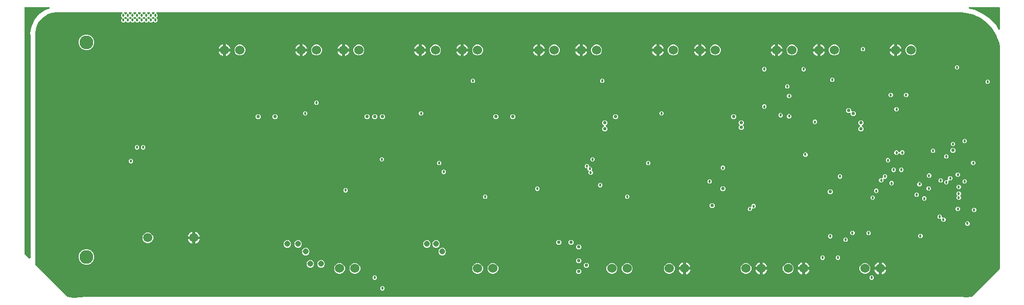
<source format=gbr>
G04 EAGLE Gerber RS-274X export*
G75*
%MOMM*%
%FSLAX34Y34*%
%LPD*%
%INEAGLE Copper Layer 15*%
%IPPOS*%
%AMOC8*
5,1,8,0,0,1.08239X$1,22.5*%
G01*
%ADD10C,1.524000*%
%ADD11C,1.500000*%
%ADD12C,2.286000*%
%ADD13C,0.457200*%
%ADD14C,0.553200*%
%ADD15C,0.975000*%

G36*
X80005Y15265D02*
X80005Y15265D01*
X80018Y15267D01*
X80031Y15266D01*
X80191Y15282D01*
X85458Y16178D01*
X85603Y16222D01*
X85748Y16264D01*
X85755Y16268D01*
X85762Y16270D01*
X85891Y16348D01*
X86022Y16425D01*
X86030Y16432D01*
X86034Y16435D01*
X86042Y16444D01*
X86119Y16511D01*
X87145Y16511D01*
X87203Y16518D01*
X87260Y16516D01*
X87419Y16541D01*
X88419Y16762D01*
X88500Y16710D01*
X88609Y16658D01*
X88714Y16600D01*
X88752Y16591D01*
X88787Y16574D01*
X88906Y16551D01*
X89022Y16521D01*
X89080Y16517D01*
X89099Y16513D01*
X89120Y16515D01*
X89182Y16511D01*
X1536057Y16511D01*
X1536212Y16530D01*
X1536368Y16549D01*
X1536370Y16550D01*
X1536372Y16551D01*
X1536518Y16608D01*
X1536664Y16665D01*
X1536667Y16667D01*
X1536668Y16668D01*
X1536672Y16670D01*
X1536742Y16714D01*
X1537905Y16527D01*
X1537926Y16526D01*
X1537946Y16521D01*
X1538107Y16511D01*
X1539322Y16511D01*
X1539381Y16465D01*
X1539411Y16452D01*
X1539439Y16433D01*
X1539557Y16389D01*
X1539672Y16339D01*
X1539705Y16333D01*
X1539737Y16322D01*
X1539896Y16295D01*
X1544490Y15817D01*
X1544516Y15818D01*
X1544542Y15813D01*
X1544703Y15813D01*
X1554496Y16447D01*
X1554553Y16458D01*
X1554611Y16460D01*
X1554709Y16488D01*
X1554808Y16507D01*
X1554861Y16532D01*
X1554916Y16548D01*
X1555004Y16600D01*
X1555096Y16643D01*
X1555140Y16680D01*
X1555190Y16710D01*
X1555311Y16816D01*
X1601098Y62603D01*
X1601158Y62681D01*
X1601226Y62753D01*
X1601255Y62806D01*
X1601292Y62854D01*
X1601332Y62945D01*
X1601380Y63031D01*
X1601395Y63090D01*
X1601419Y63146D01*
X1601434Y63244D01*
X1601459Y63339D01*
X1601465Y63439D01*
X1601469Y63460D01*
X1601467Y63472D01*
X1601469Y63500D01*
X1601469Y430581D01*
X1601467Y430597D01*
X1601469Y430613D01*
X1601455Y430773D01*
X1600512Y436920D01*
X1600500Y436963D01*
X1600495Y437007D01*
X1600450Y437161D01*
X1595977Y449472D01*
X1595957Y449511D01*
X1595944Y449554D01*
X1595870Y449696D01*
X1589081Y460898D01*
X1589053Y460932D01*
X1589033Y460971D01*
X1588932Y461097D01*
X1580088Y470759D01*
X1580054Y470787D01*
X1580026Y470821D01*
X1579903Y470925D01*
X1569344Y478675D01*
X1569305Y478697D01*
X1569271Y478725D01*
X1569130Y478802D01*
X1557262Y484344D01*
X1557220Y484358D01*
X1557181Y484379D01*
X1557027Y484427D01*
X1544306Y487547D01*
X1544293Y487549D01*
X1544281Y487553D01*
X1544122Y487578D01*
X1537647Y488184D01*
X1537626Y488183D01*
X1537529Y488189D01*
X205705Y488189D01*
X205567Y488172D01*
X205429Y488159D01*
X205409Y488152D01*
X205389Y488149D01*
X205260Y488098D01*
X205129Y488051D01*
X205112Y488040D01*
X205094Y488032D01*
X204981Y487951D01*
X204866Y487873D01*
X204853Y487857D01*
X204836Y487846D01*
X204748Y487738D01*
X204656Y487634D01*
X204646Y487616D01*
X204634Y487601D01*
X204574Y487475D01*
X204511Y487351D01*
X204507Y487331D01*
X204498Y487313D01*
X204472Y487177D01*
X204441Y487041D01*
X204442Y487020D01*
X204438Y487001D01*
X204447Y486862D01*
X204451Y486723D01*
X204457Y486703D01*
X204458Y486683D01*
X204501Y486551D01*
X204539Y486417D01*
X204550Y486400D01*
X204556Y486381D01*
X204631Y486263D01*
X204701Y486143D01*
X204720Y486122D01*
X204726Y486112D01*
X204741Y486098D01*
X204807Y486023D01*
X206757Y484073D01*
X206757Y481127D01*
X205317Y479687D01*
X205244Y479593D01*
X205166Y479504D01*
X205147Y479468D01*
X205123Y479436D01*
X205075Y479327D01*
X205021Y479221D01*
X205012Y479182D01*
X204996Y479144D01*
X204977Y479027D01*
X204951Y478911D01*
X204953Y478870D01*
X204946Y478830D01*
X204957Y478712D01*
X204961Y478593D01*
X204972Y478554D01*
X204976Y478514D01*
X205016Y478402D01*
X205050Y478287D01*
X205070Y478252D01*
X205084Y478214D01*
X205151Y478116D01*
X205211Y478013D01*
X205251Y477968D01*
X205262Y477951D01*
X205278Y477938D01*
X205317Y477892D01*
X206757Y476453D01*
X206757Y473507D01*
X204673Y471423D01*
X201727Y471423D01*
X200288Y472863D01*
X200193Y472936D01*
X200104Y473014D01*
X200068Y473033D01*
X200036Y473057D01*
X199927Y473105D01*
X199821Y473159D01*
X199782Y473168D01*
X199744Y473184D01*
X199627Y473203D01*
X199511Y473229D01*
X199470Y473227D01*
X199430Y473234D01*
X199312Y473223D01*
X199193Y473219D01*
X199154Y473208D01*
X199114Y473204D01*
X199001Y473164D01*
X198887Y473130D01*
X198853Y473110D01*
X198814Y473096D01*
X198716Y473029D01*
X198613Y472969D01*
X198568Y472929D01*
X198551Y472918D01*
X198538Y472902D01*
X198493Y472863D01*
X197053Y471423D01*
X194107Y471423D01*
X192667Y472863D01*
X192573Y472936D01*
X192484Y473014D01*
X192448Y473033D01*
X192416Y473057D01*
X192307Y473105D01*
X192201Y473159D01*
X192162Y473168D01*
X192124Y473184D01*
X192007Y473203D01*
X191891Y473229D01*
X191850Y473227D01*
X191810Y473234D01*
X191692Y473223D01*
X191573Y473219D01*
X191534Y473208D01*
X191494Y473204D01*
X191382Y473164D01*
X191267Y473130D01*
X191232Y473110D01*
X191194Y473096D01*
X191096Y473029D01*
X190993Y472969D01*
X190948Y472929D01*
X190931Y472918D01*
X190918Y472902D01*
X190872Y472863D01*
X189433Y471423D01*
X186487Y471423D01*
X185047Y472863D01*
X184953Y472936D01*
X184864Y473014D01*
X184828Y473033D01*
X184796Y473057D01*
X184687Y473105D01*
X184581Y473159D01*
X184542Y473168D01*
X184504Y473184D01*
X184387Y473203D01*
X184271Y473229D01*
X184230Y473227D01*
X184190Y473234D01*
X184072Y473223D01*
X183953Y473219D01*
X183914Y473208D01*
X183874Y473204D01*
X183762Y473164D01*
X183647Y473130D01*
X183612Y473110D01*
X183574Y473096D01*
X183476Y473029D01*
X183373Y472969D01*
X183328Y472929D01*
X183311Y472918D01*
X183298Y472902D01*
X183252Y472863D01*
X181813Y471423D01*
X178867Y471423D01*
X177427Y472863D01*
X177333Y472936D01*
X177244Y473014D01*
X177208Y473033D01*
X177176Y473057D01*
X177067Y473105D01*
X176961Y473159D01*
X176922Y473168D01*
X176884Y473184D01*
X176767Y473203D01*
X176651Y473229D01*
X176610Y473227D01*
X176570Y473234D01*
X176452Y473223D01*
X176333Y473219D01*
X176294Y473208D01*
X176254Y473204D01*
X176142Y473164D01*
X176027Y473130D01*
X175992Y473110D01*
X175954Y473096D01*
X175856Y473029D01*
X175753Y472969D01*
X175708Y472929D01*
X175691Y472918D01*
X175678Y472902D01*
X175632Y472863D01*
X174193Y471423D01*
X171247Y471423D01*
X169807Y472863D01*
X169713Y472936D01*
X169624Y473014D01*
X169588Y473033D01*
X169556Y473057D01*
X169447Y473105D01*
X169341Y473159D01*
X169302Y473168D01*
X169264Y473184D01*
X169147Y473203D01*
X169031Y473229D01*
X168990Y473227D01*
X168950Y473234D01*
X168832Y473223D01*
X168713Y473219D01*
X168674Y473208D01*
X168634Y473204D01*
X168522Y473164D01*
X168407Y473130D01*
X168372Y473110D01*
X168334Y473096D01*
X168236Y473029D01*
X168133Y472969D01*
X168088Y472929D01*
X168071Y472918D01*
X168058Y472902D01*
X168012Y472863D01*
X166573Y471423D01*
X163627Y471423D01*
X162187Y472863D01*
X162093Y472936D01*
X162004Y473014D01*
X161968Y473033D01*
X161936Y473057D01*
X161827Y473105D01*
X161721Y473159D01*
X161682Y473168D01*
X161644Y473184D01*
X161527Y473203D01*
X161411Y473229D01*
X161370Y473227D01*
X161330Y473234D01*
X161212Y473223D01*
X161093Y473219D01*
X161054Y473208D01*
X161014Y473204D01*
X160902Y473164D01*
X160787Y473130D01*
X160752Y473110D01*
X160714Y473096D01*
X160616Y473029D01*
X160513Y472969D01*
X160468Y472929D01*
X160451Y472918D01*
X160438Y472902D01*
X160392Y472863D01*
X158953Y471423D01*
X156007Y471423D01*
X154567Y472863D01*
X154473Y472936D01*
X154384Y473014D01*
X154348Y473033D01*
X154316Y473057D01*
X154207Y473105D01*
X154101Y473159D01*
X154062Y473168D01*
X154024Y473184D01*
X153907Y473203D01*
X153791Y473229D01*
X153750Y473227D01*
X153710Y473234D01*
X153592Y473223D01*
X153473Y473219D01*
X153434Y473208D01*
X153394Y473204D01*
X153282Y473164D01*
X153167Y473130D01*
X153132Y473110D01*
X153094Y473096D01*
X152996Y473029D01*
X152893Y472969D01*
X152848Y472929D01*
X152831Y472918D01*
X152818Y472902D01*
X152772Y472863D01*
X151333Y471423D01*
X148387Y471423D01*
X146303Y473507D01*
X146303Y476453D01*
X147743Y477893D01*
X147816Y477987D01*
X147894Y478076D01*
X147913Y478112D01*
X147937Y478144D01*
X147985Y478253D01*
X148039Y478359D01*
X148048Y478398D01*
X148064Y478436D01*
X148083Y478553D01*
X148109Y478669D01*
X148107Y478710D01*
X148114Y478750D01*
X148103Y478868D01*
X148099Y478987D01*
X148088Y479026D01*
X148084Y479066D01*
X148044Y479178D01*
X148010Y479293D01*
X147990Y479328D01*
X147976Y479366D01*
X147909Y479464D01*
X147849Y479567D01*
X147809Y479612D01*
X147798Y479629D01*
X147782Y479642D01*
X147743Y479688D01*
X146303Y481127D01*
X146303Y484073D01*
X148253Y486023D01*
X148338Y486132D01*
X148426Y486239D01*
X148435Y486258D01*
X148448Y486274D01*
X148503Y486402D01*
X148562Y486527D01*
X148566Y486547D01*
X148574Y486566D01*
X148596Y486704D01*
X148622Y486840D01*
X148621Y486860D01*
X148624Y486880D01*
X148611Y487019D01*
X148602Y487157D01*
X148596Y487176D01*
X148594Y487196D01*
X148547Y487328D01*
X148504Y487459D01*
X148493Y487477D01*
X148486Y487496D01*
X148408Y487611D01*
X148334Y487728D01*
X148319Y487742D01*
X148308Y487759D01*
X148203Y487851D01*
X148102Y487946D01*
X148085Y487956D01*
X148069Y487969D01*
X147945Y488033D01*
X147824Y488100D01*
X147804Y488105D01*
X147786Y488114D01*
X147650Y488144D01*
X147516Y488179D01*
X147488Y488181D01*
X147476Y488184D01*
X147455Y488183D01*
X147355Y488189D01*
X37192Y488189D01*
X37181Y488188D01*
X37170Y488189D01*
X37009Y488176D01*
X32572Y487530D01*
X32530Y487519D01*
X32486Y487515D01*
X32331Y487471D01*
X23690Y484406D01*
X23614Y484367D01*
X23533Y484338D01*
X23415Y484267D01*
X23406Y484263D01*
X23403Y484260D01*
X23395Y484255D01*
X15842Y479058D01*
X15778Y479001D01*
X15708Y478952D01*
X15612Y478854D01*
X15604Y478846D01*
X15602Y478843D01*
X15596Y478836D01*
X9645Y471862D01*
X9598Y471790D01*
X9543Y471724D01*
X9476Y471605D01*
X9470Y471596D01*
X9469Y471591D01*
X9465Y471584D01*
X5522Y463306D01*
X5495Y463225D01*
X5459Y463147D01*
X5425Y463014D01*
X5422Y463004D01*
X5422Y463000D01*
X5420Y462991D01*
X3753Y453975D01*
X3751Y453931D01*
X3740Y453888D01*
X3732Y453728D01*
X3771Y450877D01*
X3784Y450787D01*
X3787Y450696D01*
X3806Y450630D01*
X3811Y450595D01*
X3811Y448951D01*
X3813Y448929D01*
X3815Y448851D01*
X3929Y447404D01*
X3924Y447389D01*
X3900Y447346D01*
X3873Y447239D01*
X3837Y447135D01*
X3833Y447086D01*
X3821Y447038D01*
X3811Y446877D01*
X3811Y71120D01*
X3823Y71022D01*
X3826Y70923D01*
X3843Y70865D01*
X3851Y70804D01*
X3887Y70712D01*
X3915Y70617D01*
X3945Y70565D01*
X3968Y70509D01*
X4026Y70429D01*
X4076Y70343D01*
X4142Y70268D01*
X4154Y70251D01*
X4164Y70244D01*
X4182Y70223D01*
X57632Y16773D01*
X57748Y16683D01*
X57863Y16590D01*
X57874Y16585D01*
X57884Y16578D01*
X58019Y16519D01*
X58152Y16458D01*
X58168Y16454D01*
X58175Y16451D01*
X58191Y16449D01*
X58309Y16420D01*
X66336Y15000D01*
X66380Y14997D01*
X66424Y14987D01*
X66584Y14980D01*
X80005Y15265D01*
G37*
G36*
X-4981Y80024D02*
X-4981Y80024D01*
X-4843Y80033D01*
X-4824Y80039D01*
X-4804Y80041D01*
X-4672Y80088D01*
X-4541Y80131D01*
X-4523Y80142D01*
X-4504Y80149D01*
X-4389Y80227D01*
X-4272Y80301D01*
X-4258Y80316D01*
X-4241Y80327D01*
X-4149Y80431D01*
X-4054Y80533D01*
X-4044Y80551D01*
X-4031Y80566D01*
X-3967Y80690D01*
X-3900Y80811D01*
X-3895Y80831D01*
X-3886Y80849D01*
X-3856Y80985D01*
X-3821Y81119D01*
X-3819Y81147D01*
X-3816Y81159D01*
X-3817Y81180D01*
X-3811Y81280D01*
X-3811Y448549D01*
X-3813Y448571D01*
X-3815Y448649D01*
X-4256Y454225D01*
X-2151Y465621D01*
X2833Y476083D01*
X10354Y484898D01*
X19901Y491467D01*
X27334Y494104D01*
X27426Y494150D01*
X27521Y494188D01*
X27567Y494221D01*
X27618Y494247D01*
X27696Y494314D01*
X27779Y494374D01*
X27815Y494418D01*
X27858Y494456D01*
X27916Y494540D01*
X27981Y494619D01*
X28006Y494671D01*
X28038Y494718D01*
X28073Y494815D01*
X28117Y494907D01*
X28128Y494963D01*
X28147Y495017D01*
X28157Y495119D01*
X28177Y495220D01*
X28173Y495276D01*
X28179Y495333D01*
X28163Y495435D01*
X28157Y495537D01*
X28139Y495591D01*
X28131Y495648D01*
X28091Y495742D01*
X28059Y495839D01*
X28028Y495888D01*
X28006Y495940D01*
X27944Y496021D01*
X27889Y496108D01*
X27847Y496147D01*
X27813Y496193D01*
X27732Y496256D01*
X27657Y496326D01*
X27607Y496354D01*
X27562Y496389D01*
X27468Y496430D01*
X27379Y496480D01*
X27323Y496494D01*
X27271Y496517D01*
X27170Y496533D01*
X27071Y496559D01*
X26979Y496565D01*
X26957Y496568D01*
X26943Y496567D01*
X26910Y496569D01*
X-12700Y496569D01*
X-12818Y496554D01*
X-12937Y496547D01*
X-12975Y496534D01*
X-13016Y496529D01*
X-13126Y496486D01*
X-13239Y496449D01*
X-13274Y496427D01*
X-13311Y496412D01*
X-13407Y496343D01*
X-13508Y496279D01*
X-13536Y496249D01*
X-13569Y496226D01*
X-13645Y496134D01*
X-13726Y496047D01*
X-13746Y496012D01*
X-13771Y495981D01*
X-13822Y495873D01*
X-13880Y495769D01*
X-13890Y495729D01*
X-13907Y495693D01*
X-13929Y495576D01*
X-13959Y495461D01*
X-13963Y495401D01*
X-13967Y495381D01*
X-13965Y495360D01*
X-13969Y495300D01*
X-13969Y88900D01*
X-13957Y88802D01*
X-13954Y88703D01*
X-13937Y88645D01*
X-13929Y88584D01*
X-13893Y88492D01*
X-13865Y88397D01*
X-13835Y88345D01*
X-13812Y88289D01*
X-13754Y88209D01*
X-13704Y88123D01*
X-13638Y88048D01*
X-13626Y88031D01*
X-13616Y88024D01*
X-13598Y88003D01*
X-5977Y80382D01*
X-5868Y80297D01*
X-5761Y80209D01*
X-5742Y80200D01*
X-5726Y80188D01*
X-5598Y80132D01*
X-5473Y80073D01*
X-5453Y80069D01*
X-5434Y80061D01*
X-5296Y80039D01*
X-5160Y80013D01*
X-5140Y80015D01*
X-5120Y80011D01*
X-4981Y80024D01*
G37*
G36*
X1600305Y459070D02*
X1600305Y459070D01*
X1600437Y459078D01*
X1600463Y459087D01*
X1600490Y459090D01*
X1600614Y459136D01*
X1600739Y459176D01*
X1600762Y459191D01*
X1600788Y459200D01*
X1600896Y459276D01*
X1601008Y459347D01*
X1601027Y459366D01*
X1601049Y459382D01*
X1601135Y459482D01*
X1601226Y459578D01*
X1601239Y459602D01*
X1601257Y459622D01*
X1601316Y459741D01*
X1601380Y459857D01*
X1601386Y459883D01*
X1601398Y459907D01*
X1601426Y460037D01*
X1601459Y460165D01*
X1601461Y460203D01*
X1601465Y460218D01*
X1601464Y460240D01*
X1601469Y460325D01*
X1601469Y495300D01*
X1601454Y495418D01*
X1601447Y495537D01*
X1601434Y495575D01*
X1601429Y495616D01*
X1601386Y495726D01*
X1601349Y495839D01*
X1601327Y495874D01*
X1601312Y495911D01*
X1601243Y496007D01*
X1601179Y496108D01*
X1601149Y496136D01*
X1601126Y496169D01*
X1601034Y496245D01*
X1600947Y496326D01*
X1600912Y496346D01*
X1600881Y496371D01*
X1600773Y496422D01*
X1600669Y496480D01*
X1600629Y496490D01*
X1600593Y496507D01*
X1600476Y496529D01*
X1600361Y496559D01*
X1600301Y496563D01*
X1600281Y496567D01*
X1600260Y496565D01*
X1600200Y496569D01*
X1551370Y496569D01*
X1551364Y496568D01*
X1551357Y496569D01*
X1551205Y496548D01*
X1551055Y496529D01*
X1551048Y496527D01*
X1551042Y496526D01*
X1550900Y496468D01*
X1550759Y496412D01*
X1550754Y496408D01*
X1550747Y496406D01*
X1550625Y496315D01*
X1550502Y496226D01*
X1550497Y496220D01*
X1550492Y496216D01*
X1550396Y496098D01*
X1550299Y495981D01*
X1550296Y495974D01*
X1550292Y495969D01*
X1550228Y495829D01*
X1550163Y495693D01*
X1550162Y495686D01*
X1550159Y495680D01*
X1550132Y495529D01*
X1550104Y495381D01*
X1550104Y495374D01*
X1550103Y495367D01*
X1550114Y495215D01*
X1550123Y495063D01*
X1550125Y495057D01*
X1550126Y495050D01*
X1550175Y494905D01*
X1550221Y494761D01*
X1550225Y494755D01*
X1550227Y494748D01*
X1550310Y494621D01*
X1550392Y494492D01*
X1550397Y494487D01*
X1550400Y494481D01*
X1550512Y494379D01*
X1550623Y494274D01*
X1550629Y494271D01*
X1550634Y494266D01*
X1550769Y494193D01*
X1550902Y494120D01*
X1550908Y494119D01*
X1550914Y494115D01*
X1551068Y494067D01*
X1559801Y491925D01*
X1573313Y485616D01*
X1585334Y476791D01*
X1595403Y465791D01*
X1599115Y459667D01*
X1599197Y459564D01*
X1599274Y459457D01*
X1599295Y459439D01*
X1599312Y459418D01*
X1599417Y459338D01*
X1599519Y459254D01*
X1599544Y459242D01*
X1599566Y459226D01*
X1599688Y459175D01*
X1599807Y459118D01*
X1599834Y459113D01*
X1599859Y459103D01*
X1599990Y459083D01*
X1600120Y459059D01*
X1600147Y459060D01*
X1600173Y459056D01*
X1600305Y459070D01*
G37*
%LPC*%
G36*
X86374Y69849D02*
X86374Y69849D01*
X81706Y71783D01*
X78133Y75356D01*
X76199Y80024D01*
X76199Y85076D01*
X78133Y89744D01*
X81706Y93317D01*
X86374Y95251D01*
X91426Y95251D01*
X96094Y93317D01*
X99667Y89744D01*
X101601Y85076D01*
X101601Y80024D01*
X99667Y75356D01*
X96094Y71783D01*
X91426Y69849D01*
X86374Y69849D01*
G37*
%LPD*%
%LPC*%
G36*
X86374Y425449D02*
X86374Y425449D01*
X81706Y427383D01*
X78133Y430956D01*
X76199Y435624D01*
X76199Y440676D01*
X78133Y445344D01*
X81706Y448917D01*
X86374Y450851D01*
X91426Y450851D01*
X96094Y448917D01*
X99667Y445344D01*
X101601Y440676D01*
X101601Y435624D01*
X99667Y430956D01*
X96094Y427383D01*
X91426Y425449D01*
X86374Y425449D01*
G37*
%LPD*%
%LPC*%
G36*
X734831Y54609D02*
X734831Y54609D01*
X731564Y55963D01*
X729063Y58464D01*
X727709Y61731D01*
X727709Y65269D01*
X729063Y68536D01*
X731564Y71037D01*
X734831Y72391D01*
X738369Y72391D01*
X741636Y71037D01*
X744137Y68536D01*
X745491Y65269D01*
X745491Y61731D01*
X744137Y58464D01*
X741636Y55963D01*
X738369Y54609D01*
X734831Y54609D01*
G37*
%LPD*%
%LPC*%
G36*
X760231Y54609D02*
X760231Y54609D01*
X756964Y55963D01*
X754463Y58464D01*
X753109Y61731D01*
X753109Y65269D01*
X754463Y68536D01*
X756964Y71037D01*
X760231Y72391D01*
X763769Y72391D01*
X767036Y71037D01*
X769537Y68536D01*
X770891Y65269D01*
X770891Y61731D01*
X769537Y58464D01*
X767036Y55963D01*
X763769Y54609D01*
X760231Y54609D01*
G37*
%LPD*%
%LPC*%
G36*
X531631Y54609D02*
X531631Y54609D01*
X528364Y55963D01*
X525863Y58464D01*
X524509Y61731D01*
X524509Y65269D01*
X525863Y68536D01*
X528364Y71037D01*
X531631Y72391D01*
X535169Y72391D01*
X538436Y71037D01*
X540937Y68536D01*
X542291Y65269D01*
X542291Y61731D01*
X540937Y58464D01*
X538436Y55963D01*
X535169Y54609D01*
X531631Y54609D01*
G37*
%LPD*%
%LPC*%
G36*
X506231Y54609D02*
X506231Y54609D01*
X502964Y55963D01*
X500463Y58464D01*
X499109Y61731D01*
X499109Y65269D01*
X500463Y68536D01*
X502964Y71037D01*
X506231Y72391D01*
X509769Y72391D01*
X513036Y71037D01*
X515537Y68536D01*
X516891Y65269D01*
X516891Y61731D01*
X515537Y58464D01*
X513036Y55963D01*
X509769Y54609D01*
X506231Y54609D01*
G37*
%LPD*%
%LPC*%
G36*
X1249181Y54609D02*
X1249181Y54609D01*
X1245914Y55963D01*
X1243413Y58464D01*
X1242059Y61731D01*
X1242059Y65269D01*
X1243413Y68536D01*
X1245914Y71037D01*
X1249181Y72391D01*
X1252719Y72391D01*
X1255986Y71037D01*
X1258487Y68536D01*
X1259841Y65269D01*
X1259841Y61731D01*
X1258487Y58464D01*
X1255986Y55963D01*
X1252719Y54609D01*
X1249181Y54609D01*
G37*
%LPD*%
%LPC*%
G36*
X1376181Y54609D02*
X1376181Y54609D01*
X1372914Y55963D01*
X1370413Y58464D01*
X1369059Y61731D01*
X1369059Y65269D01*
X1370413Y68536D01*
X1372914Y71037D01*
X1376181Y72391D01*
X1379719Y72391D01*
X1382986Y71037D01*
X1385487Y68536D01*
X1386841Y65269D01*
X1386841Y61731D01*
X1385487Y58464D01*
X1382986Y55963D01*
X1379719Y54609D01*
X1376181Y54609D01*
G37*
%LPD*%
%LPC*%
G36*
X1052331Y54609D02*
X1052331Y54609D01*
X1049064Y55963D01*
X1046563Y58464D01*
X1045209Y61731D01*
X1045209Y65269D01*
X1046563Y68536D01*
X1049064Y71037D01*
X1052331Y72391D01*
X1055869Y72391D01*
X1059136Y71037D01*
X1061637Y68536D01*
X1062991Y65269D01*
X1062991Y61731D01*
X1061637Y58464D01*
X1059136Y55963D01*
X1055869Y54609D01*
X1052331Y54609D01*
G37*
%LPD*%
%LPC*%
G36*
X341131Y416559D02*
X341131Y416559D01*
X337864Y417913D01*
X335363Y420414D01*
X334009Y423681D01*
X334009Y427219D01*
X335363Y430486D01*
X337864Y432987D01*
X341131Y434341D01*
X344669Y434341D01*
X347936Y432987D01*
X350437Y430486D01*
X351791Y427219D01*
X351791Y423681D01*
X350437Y420414D01*
X347936Y417913D01*
X344669Y416559D01*
X341131Y416559D01*
G37*
%LPD*%
%LPC*%
G36*
X468131Y416559D02*
X468131Y416559D01*
X464864Y417913D01*
X462363Y420414D01*
X461009Y423681D01*
X461009Y427219D01*
X462363Y430486D01*
X464864Y432987D01*
X468131Y434341D01*
X471669Y434341D01*
X474936Y432987D01*
X477437Y430486D01*
X478791Y427219D01*
X478791Y423681D01*
X477437Y420414D01*
X474936Y417913D01*
X471669Y416559D01*
X468131Y416559D01*
G37*
%LPD*%
%LPC*%
G36*
X537981Y416559D02*
X537981Y416559D01*
X534714Y417913D01*
X532213Y420414D01*
X530859Y423681D01*
X530859Y427219D01*
X532213Y430486D01*
X534714Y432987D01*
X537981Y434341D01*
X541519Y434341D01*
X544786Y432987D01*
X547287Y430486D01*
X548641Y427219D01*
X548641Y423681D01*
X547287Y420414D01*
X544786Y417913D01*
X541519Y416559D01*
X537981Y416559D01*
G37*
%LPD*%
%LPC*%
G36*
X664981Y416559D02*
X664981Y416559D01*
X661714Y417913D01*
X659213Y420414D01*
X657859Y423681D01*
X657859Y427219D01*
X659213Y430486D01*
X661714Y432987D01*
X664981Y434341D01*
X668519Y434341D01*
X671786Y432987D01*
X674287Y430486D01*
X675641Y427219D01*
X675641Y423681D01*
X674287Y420414D01*
X671786Y417913D01*
X668519Y416559D01*
X664981Y416559D01*
G37*
%LPD*%
%LPC*%
G36*
X734831Y416559D02*
X734831Y416559D01*
X731564Y417913D01*
X729063Y420414D01*
X727709Y423681D01*
X727709Y427219D01*
X729063Y430486D01*
X731564Y432987D01*
X734831Y434341D01*
X738369Y434341D01*
X741636Y432987D01*
X744137Y430486D01*
X745491Y427219D01*
X745491Y423681D01*
X744137Y420414D01*
X741636Y417913D01*
X738369Y416559D01*
X734831Y416559D01*
G37*
%LPD*%
%LPC*%
G36*
X861831Y416559D02*
X861831Y416559D01*
X858564Y417913D01*
X856063Y420414D01*
X854709Y423681D01*
X854709Y427219D01*
X856063Y430486D01*
X858564Y432987D01*
X861831Y434341D01*
X865369Y434341D01*
X868636Y432987D01*
X871137Y430486D01*
X872491Y427219D01*
X872491Y423681D01*
X871137Y420414D01*
X868636Y417913D01*
X865369Y416559D01*
X861831Y416559D01*
G37*
%LPD*%
%LPC*%
G36*
X1128531Y416559D02*
X1128531Y416559D01*
X1125264Y417913D01*
X1122763Y420414D01*
X1121409Y423681D01*
X1121409Y427219D01*
X1122763Y430486D01*
X1125264Y432987D01*
X1128531Y434341D01*
X1132069Y434341D01*
X1135336Y432987D01*
X1137837Y430486D01*
X1139191Y427219D01*
X1139191Y423681D01*
X1137837Y420414D01*
X1135336Y417913D01*
X1132069Y416559D01*
X1128531Y416559D01*
G37*
%LPD*%
%LPC*%
G36*
X1255531Y416559D02*
X1255531Y416559D01*
X1252264Y417913D01*
X1249763Y420414D01*
X1248409Y423681D01*
X1248409Y427219D01*
X1249763Y430486D01*
X1252264Y432987D01*
X1255531Y434341D01*
X1259069Y434341D01*
X1262336Y432987D01*
X1264837Y430486D01*
X1266191Y427219D01*
X1266191Y423681D01*
X1264837Y420414D01*
X1262336Y417913D01*
X1259069Y416559D01*
X1255531Y416559D01*
G37*
%LPD*%
%LPC*%
G36*
X1325381Y416559D02*
X1325381Y416559D01*
X1322114Y417913D01*
X1319613Y420414D01*
X1318259Y423681D01*
X1318259Y427219D01*
X1319613Y430486D01*
X1322114Y432987D01*
X1325381Y434341D01*
X1328919Y434341D01*
X1332186Y432987D01*
X1334687Y430486D01*
X1336041Y427219D01*
X1336041Y423681D01*
X1334687Y420414D01*
X1332186Y417913D01*
X1328919Y416559D01*
X1325381Y416559D01*
G37*
%LPD*%
%LPC*%
G36*
X1452381Y416559D02*
X1452381Y416559D01*
X1449114Y417913D01*
X1446613Y420414D01*
X1445259Y423681D01*
X1445259Y427219D01*
X1446613Y430486D01*
X1449114Y432987D01*
X1452381Y434341D01*
X1455919Y434341D01*
X1459186Y432987D01*
X1461687Y430486D01*
X1463041Y427219D01*
X1463041Y423681D01*
X1461687Y420414D01*
X1459186Y417913D01*
X1455919Y416559D01*
X1452381Y416559D01*
G37*
%LPD*%
%LPC*%
G36*
X931681Y416559D02*
X931681Y416559D01*
X928414Y417913D01*
X925913Y420414D01*
X924559Y423681D01*
X924559Y427219D01*
X925913Y430486D01*
X928414Y432987D01*
X931681Y434341D01*
X935219Y434341D01*
X938486Y432987D01*
X940987Y430486D01*
X942341Y427219D01*
X942341Y423681D01*
X940987Y420414D01*
X938486Y417913D01*
X935219Y416559D01*
X931681Y416559D01*
G37*
%LPD*%
%LPC*%
G36*
X1179331Y54609D02*
X1179331Y54609D01*
X1176064Y55963D01*
X1173563Y58464D01*
X1172209Y61731D01*
X1172209Y65269D01*
X1173563Y68536D01*
X1176064Y71037D01*
X1179331Y72391D01*
X1182869Y72391D01*
X1186136Y71037D01*
X1188637Y68536D01*
X1189991Y65269D01*
X1189991Y61731D01*
X1188637Y58464D01*
X1186136Y55963D01*
X1182869Y54609D01*
X1179331Y54609D01*
G37*
%LPD*%
%LPC*%
G36*
X1058681Y416559D02*
X1058681Y416559D01*
X1055414Y417913D01*
X1052913Y420414D01*
X1051559Y423681D01*
X1051559Y427219D01*
X1052913Y430486D01*
X1055414Y432987D01*
X1058681Y434341D01*
X1062219Y434341D01*
X1065486Y432987D01*
X1067987Y430486D01*
X1069341Y427219D01*
X1069341Y423681D01*
X1067987Y420414D01*
X1065486Y417913D01*
X1062219Y416559D01*
X1058681Y416559D01*
G37*
%LPD*%
%LPC*%
G36*
X957081Y54609D02*
X957081Y54609D01*
X953814Y55963D01*
X951313Y58464D01*
X949959Y61731D01*
X949959Y65269D01*
X951313Y68536D01*
X953814Y71037D01*
X957081Y72391D01*
X960619Y72391D01*
X963886Y71037D01*
X966387Y68536D01*
X967741Y65269D01*
X967741Y61731D01*
X966387Y58464D01*
X963886Y55963D01*
X960619Y54609D01*
X957081Y54609D01*
G37*
%LPD*%
%LPC*%
G36*
X982481Y54609D02*
X982481Y54609D01*
X979214Y55963D01*
X976713Y58464D01*
X975359Y61731D01*
X975359Y65269D01*
X976713Y68536D01*
X979214Y71037D01*
X982481Y72391D01*
X986019Y72391D01*
X989286Y71037D01*
X991787Y68536D01*
X993141Y65269D01*
X993141Y61731D01*
X991787Y58464D01*
X989286Y55963D01*
X986019Y54609D01*
X982481Y54609D01*
G37*
%LPD*%
%LPC*%
G36*
X188755Y105529D02*
X188755Y105529D01*
X185532Y106865D01*
X183065Y109332D01*
X181729Y112555D01*
X181729Y116045D01*
X183065Y119268D01*
X185532Y121735D01*
X188755Y123071D01*
X192245Y123071D01*
X195468Y121735D01*
X197935Y119268D01*
X199271Y116045D01*
X199271Y112555D01*
X197935Y109332D01*
X195468Y106865D01*
X192245Y105529D01*
X188755Y105529D01*
G37*
%LPD*%
%LPC*%
G36*
X922452Y218693D02*
X922452Y218693D01*
X920368Y220777D01*
X920368Y223723D01*
X920379Y223734D01*
X920452Y223828D01*
X920531Y223917D01*
X920549Y223953D01*
X920574Y223985D01*
X920621Y224094D01*
X920675Y224200D01*
X920684Y224240D01*
X920700Y224277D01*
X920719Y224394D01*
X920745Y224511D01*
X920744Y224551D01*
X920750Y224591D01*
X920739Y224709D01*
X920735Y224828D01*
X920724Y224867D01*
X920720Y224908D01*
X920680Y225020D01*
X920647Y225134D01*
X920626Y225169D01*
X920613Y225207D01*
X920546Y225305D01*
X920485Y225408D01*
X920445Y225453D01*
X920434Y225470D01*
X920419Y225483D01*
X920379Y225529D01*
X918781Y227127D01*
X918781Y228537D01*
X918766Y228655D01*
X918758Y228773D01*
X918746Y228812D01*
X918741Y228852D01*
X918697Y228963D01*
X918660Y229076D01*
X918639Y229110D01*
X918624Y229148D01*
X918554Y229244D01*
X918490Y229345D01*
X918461Y229372D01*
X918437Y229405D01*
X918345Y229481D01*
X918259Y229563D01*
X918223Y229582D01*
X918192Y229608D01*
X918084Y229659D01*
X917980Y229716D01*
X917941Y229726D01*
X917904Y229743D01*
X917788Y229766D01*
X917672Y229796D01*
X917612Y229799D01*
X917592Y229803D01*
X917572Y229802D01*
X917512Y229806D01*
X916102Y229806D01*
X914018Y231889D01*
X914018Y234836D01*
X916102Y236919D01*
X919048Y236919D01*
X921132Y234836D01*
X921132Y233426D01*
X921147Y233308D01*
X921154Y233189D01*
X921167Y233151D01*
X921172Y233110D01*
X921215Y233000D01*
X921252Y232887D01*
X921274Y232852D01*
X921289Y232815D01*
X921358Y232719D01*
X921422Y232618D01*
X921452Y232590D01*
X921475Y232557D01*
X921567Y232481D01*
X921654Y232400D01*
X921689Y232380D01*
X921720Y232355D01*
X921828Y232304D01*
X921932Y232246D01*
X921972Y232236D01*
X922008Y232219D01*
X922125Y232197D01*
X922240Y232167D01*
X922300Y232163D01*
X922320Y232159D01*
X922341Y232161D01*
X922401Y232157D01*
X923811Y232157D01*
X925894Y230073D01*
X925894Y227127D01*
X925884Y227116D01*
X925811Y227022D01*
X925732Y226933D01*
X925714Y226897D01*
X925689Y226865D01*
X925641Y226755D01*
X925587Y226650D01*
X925579Y226610D01*
X925562Y226573D01*
X925544Y226455D01*
X925518Y226339D01*
X925519Y226299D01*
X925513Y226259D01*
X925524Y226140D01*
X925527Y226021D01*
X925539Y225983D01*
X925542Y225942D01*
X925583Y225830D01*
X925616Y225716D01*
X925636Y225681D01*
X925650Y225643D01*
X925717Y225544D01*
X925777Y225442D01*
X925817Y225397D01*
X925829Y225380D01*
X925844Y225366D01*
X925884Y225321D01*
X927482Y223723D01*
X927482Y220777D01*
X925398Y218693D01*
X922452Y218693D01*
G37*
%LPD*%
%LPC*%
G36*
X438197Y97994D02*
X438197Y97994D01*
X435939Y98930D01*
X434210Y100659D01*
X433274Y102917D01*
X433274Y105363D01*
X434210Y107621D01*
X435939Y109350D01*
X438197Y110286D01*
X440643Y110286D01*
X442901Y109350D01*
X444630Y107621D01*
X445566Y105363D01*
X445566Y102917D01*
X444630Y100659D01*
X442901Y98930D01*
X440643Y97994D01*
X438197Y97994D01*
G37*
%LPD*%
%LPC*%
G36*
X651557Y97994D02*
X651557Y97994D01*
X649299Y98930D01*
X647570Y100659D01*
X646634Y102917D01*
X646634Y105363D01*
X647570Y107621D01*
X649299Y109350D01*
X651557Y110286D01*
X654003Y110286D01*
X656261Y109350D01*
X657990Y107621D01*
X658926Y105363D01*
X658926Y102917D01*
X657990Y100659D01*
X656261Y98930D01*
X654003Y97994D01*
X651557Y97994D01*
G37*
%LPD*%
%LPC*%
G36*
X666797Y97994D02*
X666797Y97994D01*
X664539Y98930D01*
X662810Y100659D01*
X661874Y102917D01*
X661874Y105363D01*
X662810Y107621D01*
X664539Y109350D01*
X666797Y110286D01*
X669243Y110286D01*
X671501Y109350D01*
X673230Y107621D01*
X674166Y105363D01*
X674166Y102917D01*
X673230Y100659D01*
X671501Y98930D01*
X669243Y97994D01*
X666797Y97994D01*
G37*
%LPD*%
%LPC*%
G36*
X676957Y85294D02*
X676957Y85294D01*
X674699Y86230D01*
X672970Y87959D01*
X672034Y90217D01*
X672034Y92663D01*
X672970Y94921D01*
X674699Y96650D01*
X676957Y97586D01*
X679403Y97586D01*
X681661Y96650D01*
X683390Y94921D01*
X684326Y92663D01*
X684326Y90217D01*
X683390Y87959D01*
X681661Y86230D01*
X679403Y85294D01*
X676957Y85294D01*
G37*
%LPD*%
%LPC*%
G36*
X420417Y97994D02*
X420417Y97994D01*
X418159Y98930D01*
X416430Y100659D01*
X415494Y102917D01*
X415494Y105363D01*
X416430Y107621D01*
X418159Y109350D01*
X420417Y110286D01*
X422863Y110286D01*
X425121Y109350D01*
X426850Y107621D01*
X427786Y105363D01*
X427786Y102917D01*
X426850Y100659D01*
X425121Y98930D01*
X422863Y97994D01*
X420417Y97994D01*
G37*
%LPD*%
%LPC*%
G36*
X458517Y64974D02*
X458517Y64974D01*
X456259Y65910D01*
X454530Y67639D01*
X453594Y69897D01*
X453594Y72343D01*
X454530Y74601D01*
X456259Y76330D01*
X458517Y77266D01*
X460963Y77266D01*
X463221Y76330D01*
X464950Y74601D01*
X465886Y72343D01*
X465886Y69897D01*
X464950Y67639D01*
X463221Y65910D01*
X460963Y64974D01*
X458517Y64974D01*
G37*
%LPD*%
%LPC*%
G36*
X476297Y64974D02*
X476297Y64974D01*
X474039Y65910D01*
X472310Y67639D01*
X471374Y69897D01*
X471374Y72343D01*
X472310Y74601D01*
X474039Y76330D01*
X476297Y77266D01*
X478743Y77266D01*
X481001Y76330D01*
X482730Y74601D01*
X483666Y72343D01*
X483666Y69897D01*
X482730Y67639D01*
X481001Y65910D01*
X478743Y64974D01*
X476297Y64974D01*
G37*
%LPD*%
%LPC*%
G36*
X450897Y85294D02*
X450897Y85294D01*
X448639Y86230D01*
X446910Y87959D01*
X445974Y90217D01*
X445974Y92663D01*
X446910Y94921D01*
X448639Y96650D01*
X450897Y97586D01*
X453343Y97586D01*
X455601Y96650D01*
X457330Y94921D01*
X458266Y92663D01*
X458266Y90217D01*
X457330Y87959D01*
X455601Y86230D01*
X453343Y85294D01*
X450897Y85294D01*
G37*
%LPD*%
%LPC*%
G36*
X945748Y290603D02*
X945748Y290603D01*
X943383Y292968D01*
X943383Y296312D01*
X945894Y298822D01*
X945967Y298917D01*
X946045Y299006D01*
X946064Y299042D01*
X946089Y299074D01*
X946136Y299183D01*
X946190Y299289D01*
X946199Y299328D01*
X946215Y299366D01*
X946234Y299483D01*
X946260Y299599D01*
X946258Y299640D01*
X946265Y299680D01*
X946254Y299798D01*
X946250Y299917D01*
X946239Y299956D01*
X946235Y299996D01*
X946195Y300109D01*
X946162Y300223D01*
X946141Y300257D01*
X946127Y300296D01*
X946061Y300394D01*
X946000Y300497D01*
X945960Y300542D01*
X945949Y300559D01*
X945934Y300572D01*
X945894Y300617D01*
X943383Y303128D01*
X943383Y306472D01*
X945748Y308837D01*
X949092Y308837D01*
X951457Y306472D01*
X951457Y303128D01*
X948946Y300617D01*
X948873Y300523D01*
X948795Y300434D01*
X948776Y300398D01*
X948751Y300366D01*
X948704Y300257D01*
X948650Y300151D01*
X948641Y300112D01*
X948625Y300074D01*
X948606Y299957D01*
X948580Y299841D01*
X948582Y299800D01*
X948575Y299760D01*
X948586Y299642D01*
X948590Y299523D01*
X948601Y299484D01*
X948605Y299444D01*
X948645Y299332D01*
X948678Y299217D01*
X948699Y299182D01*
X948713Y299144D01*
X948780Y299046D01*
X948840Y298943D01*
X948880Y298898D01*
X948891Y298881D01*
X948906Y298868D01*
X948946Y298822D01*
X951457Y296312D01*
X951457Y292968D01*
X949092Y290603D01*
X945748Y290603D01*
G37*
%LPD*%
%LPC*%
G36*
X1369928Y290603D02*
X1369928Y290603D01*
X1367563Y292968D01*
X1367563Y296312D01*
X1370074Y298823D01*
X1370147Y298917D01*
X1370225Y299006D01*
X1370244Y299042D01*
X1370269Y299074D01*
X1370316Y299183D01*
X1370370Y299289D01*
X1370379Y299328D01*
X1370395Y299366D01*
X1370414Y299483D01*
X1370440Y299599D01*
X1370438Y299640D01*
X1370445Y299680D01*
X1370434Y299798D01*
X1370430Y299917D01*
X1370419Y299956D01*
X1370415Y299996D01*
X1370375Y300108D01*
X1370342Y300223D01*
X1370321Y300258D01*
X1370307Y300296D01*
X1370240Y300394D01*
X1370180Y300497D01*
X1370140Y300542D01*
X1370129Y300559D01*
X1370114Y300572D01*
X1370074Y300618D01*
X1367563Y303128D01*
X1367563Y306472D01*
X1369928Y308837D01*
X1373272Y308837D01*
X1375637Y306472D01*
X1375637Y303128D01*
X1373126Y300618D01*
X1373053Y300523D01*
X1372975Y300434D01*
X1372956Y300398D01*
X1372931Y300366D01*
X1372884Y300257D01*
X1372830Y300151D01*
X1372821Y300112D01*
X1372805Y300074D01*
X1372786Y299957D01*
X1372760Y299841D01*
X1372762Y299800D01*
X1372755Y299760D01*
X1372766Y299642D01*
X1372770Y299523D01*
X1372781Y299484D01*
X1372785Y299444D01*
X1372825Y299331D01*
X1372858Y299217D01*
X1372879Y299183D01*
X1372893Y299144D01*
X1372959Y299046D01*
X1373020Y298943D01*
X1373060Y298898D01*
X1373071Y298881D01*
X1373086Y298868D01*
X1373126Y298823D01*
X1375637Y296312D01*
X1375637Y292968D01*
X1373272Y290603D01*
X1369928Y290603D01*
G37*
%LPD*%
%LPC*%
G36*
X1357228Y316003D02*
X1357228Y316003D01*
X1354863Y318368D01*
X1354863Y319930D01*
X1354846Y320068D01*
X1354833Y320207D01*
X1354826Y320226D01*
X1354823Y320246D01*
X1354772Y320375D01*
X1354725Y320506D01*
X1354714Y320523D01*
X1354706Y320541D01*
X1354625Y320654D01*
X1354547Y320769D01*
X1354531Y320782D01*
X1354520Y320799D01*
X1354412Y320887D01*
X1354308Y320980D01*
X1354290Y320989D01*
X1354275Y321002D01*
X1354149Y321061D01*
X1354025Y321124D01*
X1354005Y321129D01*
X1353987Y321137D01*
X1353851Y321163D01*
X1353714Y321194D01*
X1353694Y321193D01*
X1353675Y321197D01*
X1353536Y321188D01*
X1353397Y321184D01*
X1353377Y321178D01*
X1353357Y321177D01*
X1353225Y321134D01*
X1353091Y321096D01*
X1353074Y321085D01*
X1353067Y321083D01*
X1349608Y321083D01*
X1347243Y323448D01*
X1347243Y326792D01*
X1349608Y329157D01*
X1352952Y329157D01*
X1355317Y326792D01*
X1355317Y325230D01*
X1355334Y325092D01*
X1355347Y324953D01*
X1355354Y324934D01*
X1355357Y324914D01*
X1355408Y324785D01*
X1355455Y324654D01*
X1355466Y324637D01*
X1355474Y324619D01*
X1355555Y324506D01*
X1355633Y324391D01*
X1355649Y324378D01*
X1355660Y324361D01*
X1355768Y324273D01*
X1355872Y324180D01*
X1355890Y324171D01*
X1355905Y324158D01*
X1356031Y324099D01*
X1356155Y324036D01*
X1356175Y324031D01*
X1356193Y324023D01*
X1356329Y323997D01*
X1356466Y323966D01*
X1356486Y323967D01*
X1356505Y323963D01*
X1356644Y323972D01*
X1356783Y323976D01*
X1356803Y323982D01*
X1356823Y323983D01*
X1356955Y324026D01*
X1357089Y324064D01*
X1357106Y324075D01*
X1357113Y324077D01*
X1360572Y324077D01*
X1362937Y321712D01*
X1362937Y318368D01*
X1360572Y316003D01*
X1357228Y316003D01*
G37*
%LPD*%
%LPC*%
G36*
X1171808Y293143D02*
X1171808Y293143D01*
X1169443Y295508D01*
X1169443Y298852D01*
X1170684Y300093D01*
X1170757Y300187D01*
X1170835Y300276D01*
X1170854Y300312D01*
X1170879Y300344D01*
X1170926Y300453D01*
X1170980Y300559D01*
X1170989Y300598D01*
X1171005Y300636D01*
X1171024Y300753D01*
X1171050Y300869D01*
X1171048Y300910D01*
X1171055Y300950D01*
X1171044Y301068D01*
X1171040Y301187D01*
X1171029Y301226D01*
X1171025Y301266D01*
X1170985Y301378D01*
X1170952Y301493D01*
X1170931Y301528D01*
X1170917Y301566D01*
X1170850Y301664D01*
X1170790Y301767D01*
X1170750Y301812D01*
X1170739Y301829D01*
X1170724Y301842D01*
X1170684Y301888D01*
X1169443Y303128D01*
X1169443Y306472D01*
X1171808Y308837D01*
X1175152Y308837D01*
X1177517Y306472D01*
X1177517Y303128D01*
X1176276Y301888D01*
X1176203Y301793D01*
X1176125Y301704D01*
X1176106Y301668D01*
X1176081Y301636D01*
X1176034Y301527D01*
X1175980Y301421D01*
X1175971Y301382D01*
X1175955Y301344D01*
X1175936Y301227D01*
X1175910Y301111D01*
X1175912Y301070D01*
X1175905Y301030D01*
X1175916Y300912D01*
X1175920Y300793D01*
X1175931Y300754D01*
X1175935Y300714D01*
X1175975Y300601D01*
X1176008Y300487D01*
X1176029Y300453D01*
X1176043Y300414D01*
X1176109Y300316D01*
X1176170Y300213D01*
X1176210Y300168D01*
X1176221Y300151D01*
X1176236Y300138D01*
X1176276Y300093D01*
X1177517Y298852D01*
X1177517Y295508D01*
X1175152Y293143D01*
X1171808Y293143D01*
G37*
%LPD*%
%LPC*%
G36*
X1428864Y252031D02*
X1428864Y252031D01*
X1426781Y254114D01*
X1426781Y257061D01*
X1428864Y259144D01*
X1431811Y259144D01*
X1434202Y256752D01*
X1434297Y256679D01*
X1434386Y256601D01*
X1434422Y256582D01*
X1434454Y256558D01*
X1434563Y256510D01*
X1434669Y256456D01*
X1434708Y256447D01*
X1434746Y256431D01*
X1434863Y256412D01*
X1434979Y256386D01*
X1435020Y256388D01*
X1435060Y256381D01*
X1435178Y256392D01*
X1435297Y256396D01*
X1435336Y256407D01*
X1435376Y256411D01*
X1435489Y256451D01*
X1435603Y256485D01*
X1435637Y256505D01*
X1435676Y256519D01*
X1435774Y256586D01*
X1435877Y256646D01*
X1435922Y256686D01*
X1435939Y256697D01*
X1435952Y256713D01*
X1435997Y256752D01*
X1438389Y259144D01*
X1441336Y259144D01*
X1443419Y257061D01*
X1443419Y254114D01*
X1441336Y252031D01*
X1438389Y252031D01*
X1435997Y254423D01*
X1435903Y254496D01*
X1435814Y254574D01*
X1435778Y254593D01*
X1435746Y254617D01*
X1435637Y254665D01*
X1435531Y254719D01*
X1435492Y254728D01*
X1435454Y254744D01*
X1435337Y254763D01*
X1435221Y254789D01*
X1435180Y254787D01*
X1435140Y254794D01*
X1435022Y254783D01*
X1434903Y254779D01*
X1434864Y254768D01*
X1434824Y254764D01*
X1434712Y254724D01*
X1434597Y254690D01*
X1434562Y254670D01*
X1434524Y254656D01*
X1434426Y254589D01*
X1434323Y254529D01*
X1434278Y254489D01*
X1434261Y254478D01*
X1434248Y254462D01*
X1434202Y254423D01*
X1431811Y252031D01*
X1428864Y252031D01*
G37*
%LPD*%
%LPC*%
G36*
X1511414Y202818D02*
X1511414Y202818D01*
X1509331Y204902D01*
X1509331Y207424D01*
X1509313Y207562D01*
X1509300Y207700D01*
X1509293Y207720D01*
X1509291Y207740D01*
X1509271Y207789D01*
X1511414Y209932D01*
X1514412Y209932D01*
X1514530Y209947D01*
X1514648Y209954D01*
X1514687Y209967D01*
X1514727Y209972D01*
X1514838Y210015D01*
X1514951Y210052D01*
X1514985Y210074D01*
X1515023Y210089D01*
X1515119Y210158D01*
X1515220Y210222D01*
X1515247Y210252D01*
X1515280Y210275D01*
X1515356Y210367D01*
X1515438Y210454D01*
X1515457Y210489D01*
X1515483Y210520D01*
X1515534Y210628D01*
X1515591Y210732D01*
X1515601Y210772D01*
X1515618Y210808D01*
X1515641Y210925D01*
X1515671Y211040D01*
X1515674Y211100D01*
X1515678Y211120D01*
X1515677Y211141D01*
X1515681Y211201D01*
X1515681Y214198D01*
X1517764Y216282D01*
X1520711Y216282D01*
X1522794Y214198D01*
X1522794Y211252D01*
X1520711Y209168D01*
X1517713Y209168D01*
X1517595Y209153D01*
X1517477Y209146D01*
X1517438Y209133D01*
X1517398Y209128D01*
X1517287Y209085D01*
X1517174Y209048D01*
X1517140Y209026D01*
X1517102Y209011D01*
X1517006Y208942D01*
X1516905Y208878D01*
X1516878Y208848D01*
X1516845Y208825D01*
X1516769Y208733D01*
X1516687Y208646D01*
X1516668Y208611D01*
X1516642Y208580D01*
X1516591Y208472D01*
X1516534Y208368D01*
X1516524Y208328D01*
X1516507Y208292D01*
X1516484Y208175D01*
X1516454Y208060D01*
X1516451Y208000D01*
X1516447Y207980D01*
X1516448Y207959D01*
X1516444Y207899D01*
X1516444Y204902D01*
X1514361Y202818D01*
X1511414Y202818D01*
G37*
%LPD*%
%LPC*%
G36*
X1403464Y205993D02*
X1403464Y205993D01*
X1401381Y208077D01*
X1401381Y211023D01*
X1403464Y213107D01*
X1406462Y213107D01*
X1406580Y213122D01*
X1406698Y213129D01*
X1406737Y213142D01*
X1406777Y213147D01*
X1406888Y213190D01*
X1407001Y213227D01*
X1407035Y213249D01*
X1407073Y213264D01*
X1407169Y213333D01*
X1407270Y213397D01*
X1407297Y213427D01*
X1407330Y213450D01*
X1407406Y213542D01*
X1407488Y213629D01*
X1407507Y213664D01*
X1407533Y213695D01*
X1407584Y213803D01*
X1407641Y213907D01*
X1407651Y213947D01*
X1407668Y213983D01*
X1407691Y214100D01*
X1407721Y214215D01*
X1407724Y214275D01*
X1407728Y214295D01*
X1407727Y214316D01*
X1407731Y214376D01*
X1407731Y217373D01*
X1409814Y219457D01*
X1412761Y219457D01*
X1414844Y217373D01*
X1414844Y214427D01*
X1412761Y212343D01*
X1409763Y212343D01*
X1409645Y212328D01*
X1409527Y212321D01*
X1409488Y212308D01*
X1409448Y212303D01*
X1409337Y212260D01*
X1409224Y212223D01*
X1409190Y212201D01*
X1409152Y212186D01*
X1409056Y212117D01*
X1408955Y212053D01*
X1408928Y212023D01*
X1408895Y212000D01*
X1408819Y211908D01*
X1408737Y211821D01*
X1408718Y211786D01*
X1408692Y211755D01*
X1408641Y211647D01*
X1408584Y211543D01*
X1408574Y211503D01*
X1408557Y211467D01*
X1408534Y211350D01*
X1408504Y211235D01*
X1408501Y211174D01*
X1408497Y211155D01*
X1408498Y211134D01*
X1408494Y211074D01*
X1408494Y208077D01*
X1406411Y205993D01*
X1403464Y205993D01*
G37*
%LPD*%
%LPC*%
G36*
X1185977Y158368D02*
X1185977Y158368D01*
X1183893Y160452D01*
X1183893Y163398D01*
X1185977Y165482D01*
X1188974Y165482D01*
X1189092Y165497D01*
X1189211Y165504D01*
X1189249Y165517D01*
X1189290Y165522D01*
X1189400Y165565D01*
X1189513Y165602D01*
X1189548Y165624D01*
X1189585Y165639D01*
X1189681Y165708D01*
X1189782Y165772D01*
X1189810Y165802D01*
X1189843Y165825D01*
X1189919Y165917D01*
X1190000Y166004D01*
X1190020Y166039D01*
X1190045Y166070D01*
X1190096Y166178D01*
X1190154Y166282D01*
X1190164Y166322D01*
X1190181Y166358D01*
X1190203Y166475D01*
X1190233Y166590D01*
X1190237Y166650D01*
X1190241Y166670D01*
X1190239Y166691D01*
X1190243Y166751D01*
X1190243Y168161D01*
X1192327Y170244D01*
X1195273Y170244D01*
X1197357Y168161D01*
X1197357Y165214D01*
X1195273Y163131D01*
X1192276Y163131D01*
X1192158Y163116D01*
X1192039Y163108D01*
X1192001Y163096D01*
X1191960Y163091D01*
X1191850Y163047D01*
X1191737Y163010D01*
X1191702Y162989D01*
X1191665Y162974D01*
X1191569Y162904D01*
X1191468Y162840D01*
X1191440Y162811D01*
X1191407Y162787D01*
X1191331Y162695D01*
X1191250Y162609D01*
X1191230Y162573D01*
X1191205Y162542D01*
X1191154Y162434D01*
X1191096Y162330D01*
X1191086Y162291D01*
X1191069Y162254D01*
X1191047Y162138D01*
X1191017Y162022D01*
X1191013Y161962D01*
X1191009Y161942D01*
X1191011Y161922D01*
X1191007Y161862D01*
X1191007Y160452D01*
X1188923Y158368D01*
X1185977Y158368D01*
G37*
%LPD*%
%LPC*%
G36*
X1506652Y140906D02*
X1506652Y140906D01*
X1504568Y142989D01*
X1504568Y144399D01*
X1504553Y144517D01*
X1504546Y144636D01*
X1504533Y144674D01*
X1504528Y144715D01*
X1504485Y144825D01*
X1504448Y144938D01*
X1504426Y144973D01*
X1504411Y145010D01*
X1504342Y145106D01*
X1504278Y145207D01*
X1504248Y145235D01*
X1504225Y145268D01*
X1504133Y145344D01*
X1504046Y145425D01*
X1504011Y145445D01*
X1503980Y145470D01*
X1503872Y145521D01*
X1503768Y145579D01*
X1503728Y145589D01*
X1503692Y145606D01*
X1503575Y145628D01*
X1503460Y145658D01*
X1503400Y145662D01*
X1503380Y145666D01*
X1503359Y145664D01*
X1503299Y145668D01*
X1500302Y145668D01*
X1498218Y147752D01*
X1498218Y150698D01*
X1500302Y152782D01*
X1503248Y152782D01*
X1505332Y150698D01*
X1505332Y149288D01*
X1505347Y149170D01*
X1505354Y149052D01*
X1505367Y149013D01*
X1505372Y148973D01*
X1505415Y148862D01*
X1505452Y148749D01*
X1505474Y148715D01*
X1505489Y148677D01*
X1505558Y148581D01*
X1505622Y148480D01*
X1505652Y148453D01*
X1505675Y148420D01*
X1505767Y148344D01*
X1505854Y148262D01*
X1505889Y148243D01*
X1505920Y148217D01*
X1506028Y148166D01*
X1506132Y148109D01*
X1506172Y148099D01*
X1506208Y148082D01*
X1506325Y148059D01*
X1506440Y148029D01*
X1506500Y148026D01*
X1506520Y148022D01*
X1506541Y148023D01*
X1506601Y148019D01*
X1509598Y148019D01*
X1511682Y145936D01*
X1511682Y142989D01*
X1509598Y140906D01*
X1506652Y140906D01*
G37*
%LPD*%
%LPC*%
G36*
X1532052Y177418D02*
X1532052Y177418D01*
X1529968Y179502D01*
X1529968Y182448D01*
X1530773Y183252D01*
X1530845Y183346D01*
X1530924Y183436D01*
X1530943Y183472D01*
X1530967Y183504D01*
X1531015Y183613D01*
X1531069Y183719D01*
X1531078Y183758D01*
X1531094Y183796D01*
X1531113Y183913D01*
X1531139Y184029D01*
X1531137Y184070D01*
X1531144Y184110D01*
X1531133Y184228D01*
X1531129Y184347D01*
X1531118Y184386D01*
X1531114Y184426D01*
X1531074Y184539D01*
X1531040Y184653D01*
X1531020Y184687D01*
X1531006Y184726D01*
X1530939Y184824D01*
X1530879Y184927D01*
X1530839Y184972D01*
X1530828Y184989D01*
X1530812Y185002D01*
X1530773Y185047D01*
X1529968Y185852D01*
X1529968Y188798D01*
X1532052Y190882D01*
X1534998Y190882D01*
X1537082Y188798D01*
X1537082Y185852D01*
X1536277Y185047D01*
X1536204Y184953D01*
X1536126Y184864D01*
X1536107Y184828D01*
X1536083Y184796D01*
X1536035Y184687D01*
X1535981Y184581D01*
X1535972Y184542D01*
X1535956Y184504D01*
X1535937Y184387D01*
X1535911Y184271D01*
X1535913Y184230D01*
X1535906Y184190D01*
X1535917Y184072D01*
X1535921Y183953D01*
X1535932Y183914D01*
X1535936Y183874D01*
X1535976Y183762D01*
X1536010Y183647D01*
X1536030Y183612D01*
X1536044Y183574D01*
X1536111Y183476D01*
X1536171Y183373D01*
X1536211Y183328D01*
X1536222Y183311D01*
X1536238Y183298D01*
X1536277Y183252D01*
X1537082Y182448D01*
X1537082Y179502D01*
X1534998Y177418D01*
X1532052Y177418D01*
G37*
%LPD*%
%LPC*%
G36*
X869548Y102643D02*
X869548Y102643D01*
X867183Y105008D01*
X867183Y108352D01*
X869548Y110717D01*
X872892Y110717D01*
X875257Y108352D01*
X875257Y105008D01*
X872892Y102643D01*
X869548Y102643D01*
G37*
%LPD*%
%LPC*%
G36*
X399648Y310923D02*
X399648Y310923D01*
X397283Y313288D01*
X397283Y316632D01*
X399648Y318997D01*
X402992Y318997D01*
X405357Y316632D01*
X405357Y313288D01*
X402992Y310923D01*
X399648Y310923D01*
G37*
%LPD*%
%LPC*%
G36*
X577448Y310923D02*
X577448Y310923D01*
X575083Y313288D01*
X575083Y316632D01*
X577448Y318997D01*
X580792Y318997D01*
X583157Y316632D01*
X583157Y313288D01*
X580792Y310923D01*
X577448Y310923D01*
G37*
%LPD*%
%LPC*%
G36*
X793348Y310923D02*
X793348Y310923D01*
X790983Y313288D01*
X790983Y316632D01*
X793348Y318997D01*
X796692Y318997D01*
X799057Y316632D01*
X799057Y313288D01*
X796692Y310923D01*
X793348Y310923D01*
G37*
%LPD*%
%LPC*%
G36*
X564748Y310923D02*
X564748Y310923D01*
X562383Y313288D01*
X562383Y316632D01*
X564748Y318997D01*
X568092Y318997D01*
X570457Y316632D01*
X570457Y313288D01*
X568092Y310923D01*
X564748Y310923D01*
G37*
%LPD*%
%LPC*%
G36*
X1522328Y255043D02*
X1522328Y255043D01*
X1519963Y257408D01*
X1519963Y260752D01*
X1522328Y263117D01*
X1525672Y263117D01*
X1528037Y260752D01*
X1528037Y257408D01*
X1525672Y255043D01*
X1522328Y255043D01*
G37*
%LPD*%
%LPC*%
G36*
X1141328Y191543D02*
X1141328Y191543D01*
X1138963Y193908D01*
X1138963Y197252D01*
X1141328Y199617D01*
X1144672Y199617D01*
X1147037Y197252D01*
X1147037Y193908D01*
X1144672Y191543D01*
X1141328Y191543D01*
G37*
%LPD*%
%LPC*%
G36*
X1319128Y186463D02*
X1319128Y186463D01*
X1316763Y188828D01*
X1316763Y192172D01*
X1319128Y194537D01*
X1322472Y194537D01*
X1324837Y192172D01*
X1324837Y188828D01*
X1322472Y186463D01*
X1319128Y186463D01*
G37*
%LPD*%
%LPC*%
G36*
X552048Y310923D02*
X552048Y310923D01*
X549683Y313288D01*
X549683Y316632D01*
X552048Y318997D01*
X555392Y318997D01*
X557757Y316632D01*
X557757Y313288D01*
X555392Y310923D01*
X552048Y310923D01*
G37*
%LPD*%
%LPC*%
G36*
X1123548Y163603D02*
X1123548Y163603D01*
X1121183Y165968D01*
X1121183Y169312D01*
X1123548Y171677D01*
X1126892Y171677D01*
X1129257Y169312D01*
X1129257Y165968D01*
X1126892Y163603D01*
X1123548Y163603D01*
G37*
%LPD*%
%LPC*%
G36*
X765408Y310923D02*
X765408Y310923D01*
X763043Y313288D01*
X763043Y316632D01*
X765408Y318997D01*
X768752Y318997D01*
X771117Y316632D01*
X771117Y313288D01*
X768752Y310923D01*
X765408Y310923D01*
G37*
%LPD*%
%LPC*%
G36*
X902568Y54383D02*
X902568Y54383D01*
X900203Y56748D01*
X900203Y60092D01*
X902568Y62457D01*
X905912Y62457D01*
X908277Y60092D01*
X908277Y56748D01*
X905912Y54383D01*
X902568Y54383D01*
G37*
%LPD*%
%LPC*%
G36*
X963528Y310923D02*
X963528Y310923D01*
X961163Y313288D01*
X961163Y316632D01*
X963528Y318997D01*
X966872Y318997D01*
X969237Y316632D01*
X969237Y313288D01*
X966872Y310923D01*
X963528Y310923D01*
G37*
%LPD*%
%LPC*%
G36*
X902568Y72163D02*
X902568Y72163D01*
X900203Y74528D01*
X900203Y77872D01*
X902568Y80237D01*
X905912Y80237D01*
X908277Y77872D01*
X908277Y74528D01*
X905912Y72163D01*
X902568Y72163D01*
G37*
%LPD*%
%LPC*%
G36*
X889868Y102643D02*
X889868Y102643D01*
X887503Y105008D01*
X887503Y108352D01*
X889868Y110717D01*
X893212Y110717D01*
X895577Y108352D01*
X895577Y105008D01*
X893212Y102643D01*
X889868Y102643D01*
G37*
%LPD*%
%LPC*%
G36*
X1159108Y310923D02*
X1159108Y310923D01*
X1156743Y313288D01*
X1156743Y316632D01*
X1159108Y318997D01*
X1162452Y318997D01*
X1164817Y316632D01*
X1164817Y313288D01*
X1162452Y310923D01*
X1159108Y310923D01*
G37*
%LPD*%
%LPC*%
G36*
X371708Y310923D02*
X371708Y310923D01*
X369343Y313288D01*
X369343Y316632D01*
X371708Y318997D01*
X375052Y318997D01*
X377417Y316632D01*
X377417Y313288D01*
X375052Y310923D01*
X371708Y310923D01*
G37*
%LPD*%
%LPC*%
G36*
X902568Y95023D02*
X902568Y95023D01*
X900203Y97388D01*
X900203Y100732D01*
X902568Y103097D01*
X905912Y103097D01*
X908277Y100732D01*
X908277Y97388D01*
X905912Y95023D01*
X902568Y95023D01*
G37*
%LPD*%
%LPC*%
G36*
X915268Y64543D02*
X915268Y64543D01*
X912903Y66908D01*
X912903Y70252D01*
X915268Y72617D01*
X918612Y72617D01*
X920977Y70252D01*
X920977Y66908D01*
X918612Y64543D01*
X915268Y64543D01*
G37*
%LPD*%
%LPC*%
G36*
X1501889Y205993D02*
X1501889Y205993D01*
X1499806Y208077D01*
X1499806Y211023D01*
X1501889Y213107D01*
X1504836Y213107D01*
X1506919Y211023D01*
X1506919Y208501D01*
X1506937Y208363D01*
X1506950Y208225D01*
X1506957Y208205D01*
X1506959Y208185D01*
X1506979Y208136D01*
X1504836Y205993D01*
X1501889Y205993D01*
G37*
%LPD*%
%LPC*%
G36*
X1530464Y215518D02*
X1530464Y215518D01*
X1528381Y217602D01*
X1528381Y220548D01*
X1530464Y222632D01*
X1533411Y222632D01*
X1535494Y220548D01*
X1535494Y217602D01*
X1533411Y215518D01*
X1530464Y215518D01*
G37*
%LPD*%
%LPC*%
G36*
X1335202Y212343D02*
X1335202Y212343D01*
X1333118Y214427D01*
X1333118Y217373D01*
X1335202Y219457D01*
X1338148Y219457D01*
X1340232Y217373D01*
X1340232Y214427D01*
X1338148Y212343D01*
X1335202Y212343D01*
G37*
%LPD*%
%LPC*%
G36*
X1541577Y204406D02*
X1541577Y204406D01*
X1539493Y206489D01*
X1539493Y209436D01*
X1541577Y211519D01*
X1544523Y211519D01*
X1546607Y209436D01*
X1546607Y206489D01*
X1544523Y204406D01*
X1541577Y204406D01*
G37*
%LPD*%
%LPC*%
G36*
X1119302Y204406D02*
X1119302Y204406D01*
X1117218Y206489D01*
X1117218Y209436D01*
X1119302Y211519D01*
X1122248Y211519D01*
X1124332Y209436D01*
X1124332Y206489D01*
X1122248Y204406D01*
X1119302Y204406D01*
G37*
%LPD*%
%LPC*%
G36*
X1420927Y201231D02*
X1420927Y201231D01*
X1418843Y203314D01*
X1418843Y206261D01*
X1420927Y208344D01*
X1423873Y208344D01*
X1425957Y206261D01*
X1425957Y203314D01*
X1423873Y201231D01*
X1420927Y201231D01*
G37*
%LPD*%
%LPC*%
G36*
X1466964Y199643D02*
X1466964Y199643D01*
X1464881Y201727D01*
X1464881Y204673D01*
X1466964Y206757D01*
X1469911Y206757D01*
X1471994Y204673D01*
X1471994Y201727D01*
X1469911Y199643D01*
X1466964Y199643D01*
G37*
%LPD*%
%LPC*%
G36*
X938327Y198056D02*
X938327Y198056D01*
X936243Y200139D01*
X936243Y203086D01*
X938327Y205169D01*
X941273Y205169D01*
X943357Y203086D01*
X943357Y200139D01*
X941273Y198056D01*
X938327Y198056D01*
G37*
%LPD*%
%LPC*%
G36*
X1532052Y194881D02*
X1532052Y194881D01*
X1529968Y196964D01*
X1529968Y199911D01*
X1532052Y201994D01*
X1534998Y201994D01*
X1537082Y199911D01*
X1537082Y196964D01*
X1534998Y194881D01*
X1532052Y194881D01*
G37*
%LPD*%
%LPC*%
G36*
X1482204Y192341D02*
X1482204Y192341D01*
X1480121Y194424D01*
X1480121Y197371D01*
X1482204Y199454D01*
X1485151Y199454D01*
X1487234Y197371D01*
X1487234Y194424D01*
X1485151Y192341D01*
X1482204Y192341D01*
G37*
%LPD*%
%LPC*%
G36*
X834187Y192023D02*
X834187Y192023D01*
X832103Y194107D01*
X832103Y197053D01*
X834187Y199137D01*
X837133Y199137D01*
X839217Y197053D01*
X839217Y194107D01*
X837133Y192023D01*
X834187Y192023D01*
G37*
%LPD*%
%LPC*%
G36*
X516687Y189483D02*
X516687Y189483D01*
X514603Y191567D01*
X514603Y194513D01*
X516687Y196597D01*
X519633Y196597D01*
X521717Y194513D01*
X521717Y191567D01*
X519633Y189483D01*
X516687Y189483D01*
G37*
%LPD*%
%LPC*%
G36*
X1395527Y188531D02*
X1395527Y188531D01*
X1393443Y190614D01*
X1393443Y193561D01*
X1395527Y195644D01*
X1398473Y195644D01*
X1400557Y193561D01*
X1400557Y190614D01*
X1398473Y188531D01*
X1395527Y188531D01*
G37*
%LPD*%
%LPC*%
G36*
X1462202Y182181D02*
X1462202Y182181D01*
X1460118Y184264D01*
X1460118Y187211D01*
X1462202Y189294D01*
X1465148Y189294D01*
X1467232Y187211D01*
X1467232Y184264D01*
X1465148Y182181D01*
X1462202Y182181D01*
G37*
%LPD*%
%LPC*%
G36*
X982777Y179006D02*
X982777Y179006D01*
X980693Y181089D01*
X980693Y184036D01*
X982777Y186119D01*
X985723Y186119D01*
X987807Y184036D01*
X987807Y181089D01*
X985723Y179006D01*
X982777Y179006D01*
G37*
%LPD*%
%LPC*%
G36*
X747827Y179006D02*
X747827Y179006D01*
X745743Y181089D01*
X745743Y184036D01*
X747827Y186119D01*
X750773Y186119D01*
X752857Y184036D01*
X752857Y181089D01*
X750773Y179006D01*
X747827Y179006D01*
G37*
%LPD*%
%LPC*%
G36*
X1389177Y177418D02*
X1389177Y177418D01*
X1387093Y179502D01*
X1387093Y182448D01*
X1389177Y184532D01*
X1392123Y184532D01*
X1394207Y182448D01*
X1394207Y179502D01*
X1392123Y177418D01*
X1389177Y177418D01*
G37*
%LPD*%
%LPC*%
G36*
X1474902Y175831D02*
X1474902Y175831D01*
X1472818Y177914D01*
X1472818Y180861D01*
X1474902Y182944D01*
X1477848Y182944D01*
X1479932Y180861D01*
X1479932Y177914D01*
X1477848Y175831D01*
X1474902Y175831D01*
G37*
%LPD*%
%LPC*%
G36*
X1530464Y158368D02*
X1530464Y158368D01*
X1528381Y160452D01*
X1528381Y163398D01*
X1530464Y165482D01*
X1533411Y165482D01*
X1535494Y163398D01*
X1535494Y160452D01*
X1533411Y158368D01*
X1530464Y158368D01*
G37*
%LPD*%
%LPC*%
G36*
X1557452Y156781D02*
X1557452Y156781D01*
X1555368Y158864D01*
X1555368Y161811D01*
X1557452Y163894D01*
X1560398Y163894D01*
X1562482Y161811D01*
X1562482Y158864D01*
X1560398Y156781D01*
X1557452Y156781D01*
G37*
%LPD*%
%LPC*%
G36*
X1546339Y134556D02*
X1546339Y134556D01*
X1544256Y136639D01*
X1544256Y139586D01*
X1546339Y141669D01*
X1549286Y141669D01*
X1551369Y139586D01*
X1551369Y136639D01*
X1549286Y134556D01*
X1546339Y134556D01*
G37*
%LPD*%
%LPC*%
G36*
X1382827Y118681D02*
X1382827Y118681D01*
X1380743Y120764D01*
X1380743Y123711D01*
X1382827Y125794D01*
X1385773Y125794D01*
X1387857Y123711D01*
X1387857Y120764D01*
X1385773Y118681D01*
X1382827Y118681D01*
G37*
%LPD*%
%LPC*%
G36*
X1355839Y118681D02*
X1355839Y118681D01*
X1353756Y120764D01*
X1353756Y123711D01*
X1355839Y125794D01*
X1358786Y125794D01*
X1360869Y123711D01*
X1360869Y120764D01*
X1358786Y118681D01*
X1355839Y118681D01*
G37*
%LPD*%
%LPC*%
G36*
X1468552Y113918D02*
X1468552Y113918D01*
X1466468Y116002D01*
X1466468Y118948D01*
X1468552Y121032D01*
X1471498Y121032D01*
X1473582Y118948D01*
X1473582Y116002D01*
X1471498Y113918D01*
X1468552Y113918D01*
G37*
%LPD*%
%LPC*%
G36*
X1319327Y113283D02*
X1319327Y113283D01*
X1317243Y115367D01*
X1317243Y118313D01*
X1319327Y120397D01*
X1322273Y120397D01*
X1324357Y118313D01*
X1324357Y115367D01*
X1322273Y113283D01*
X1319327Y113283D01*
G37*
%LPD*%
%LPC*%
G36*
X1344727Y107568D02*
X1344727Y107568D01*
X1342643Y109652D01*
X1342643Y112598D01*
X1344727Y114682D01*
X1347673Y114682D01*
X1349757Y112598D01*
X1349757Y109652D01*
X1347673Y107568D01*
X1344727Y107568D01*
G37*
%LPD*%
%LPC*%
G36*
X1482839Y213931D02*
X1482839Y213931D01*
X1480756Y216014D01*
X1480756Y218961D01*
X1482839Y221044D01*
X1485786Y221044D01*
X1487869Y218961D01*
X1487869Y216014D01*
X1485786Y213931D01*
X1482839Y213931D01*
G37*
%LPD*%
%LPC*%
G36*
X1332027Y77723D02*
X1332027Y77723D01*
X1329943Y79807D01*
X1329943Y82753D01*
X1332027Y84837D01*
X1334973Y84837D01*
X1337057Y82753D01*
X1337057Y79807D01*
X1334973Y77723D01*
X1332027Y77723D01*
G37*
%LPD*%
%LPC*%
G36*
X1306627Y77723D02*
X1306627Y77723D01*
X1304543Y79807D01*
X1304543Y82753D01*
X1306627Y84837D01*
X1309573Y84837D01*
X1311657Y82753D01*
X1311657Y79807D01*
X1309573Y77723D01*
X1306627Y77723D01*
G37*
%LPD*%
%LPC*%
G36*
X1387907Y44703D02*
X1387907Y44703D01*
X1385823Y46787D01*
X1385823Y49733D01*
X1387907Y51817D01*
X1390853Y51817D01*
X1392937Y49733D01*
X1392937Y46787D01*
X1390853Y44703D01*
X1387907Y44703D01*
G37*
%LPD*%
%LPC*%
G36*
X564947Y44703D02*
X564947Y44703D01*
X562863Y46787D01*
X562863Y49733D01*
X564947Y51817D01*
X567893Y51817D01*
X569977Y49733D01*
X569977Y46787D01*
X567893Y44703D01*
X564947Y44703D01*
G37*
%LPD*%
%LPC*%
G36*
X1373302Y423481D02*
X1373302Y423481D01*
X1371218Y425564D01*
X1371218Y428511D01*
X1373302Y430594D01*
X1376248Y430594D01*
X1378332Y428511D01*
X1378332Y425564D01*
X1376248Y423481D01*
X1373302Y423481D01*
G37*
%LPD*%
%LPC*%
G36*
X1528877Y393318D02*
X1528877Y393318D01*
X1526793Y395402D01*
X1526793Y398348D01*
X1528877Y400432D01*
X1531823Y400432D01*
X1533907Y398348D01*
X1533907Y395402D01*
X1531823Y393318D01*
X1528877Y393318D01*
G37*
%LPD*%
%LPC*%
G36*
X1274877Y390143D02*
X1274877Y390143D01*
X1272793Y392227D01*
X1272793Y395173D01*
X1274877Y397257D01*
X1277823Y397257D01*
X1279907Y395173D01*
X1279907Y392227D01*
X1277823Y390143D01*
X1274877Y390143D01*
G37*
%LPD*%
%LPC*%
G36*
X1209789Y390143D02*
X1209789Y390143D01*
X1207706Y392227D01*
X1207706Y395173D01*
X1209789Y397257D01*
X1212736Y397257D01*
X1214819Y395173D01*
X1214819Y392227D01*
X1212736Y390143D01*
X1209789Y390143D01*
G37*
%LPD*%
%LPC*%
G36*
X1322502Y372681D02*
X1322502Y372681D01*
X1320418Y374764D01*
X1320418Y377711D01*
X1322502Y379794D01*
X1325448Y379794D01*
X1327532Y377711D01*
X1327532Y374764D01*
X1325448Y372681D01*
X1322502Y372681D01*
G37*
%LPD*%
%LPC*%
G36*
X941502Y371093D02*
X941502Y371093D01*
X939418Y373177D01*
X939418Y376123D01*
X941502Y378207D01*
X944448Y378207D01*
X946532Y376123D01*
X946532Y373177D01*
X944448Y371093D01*
X941502Y371093D01*
G37*
%LPD*%
%LPC*%
G36*
X727189Y371093D02*
X727189Y371093D01*
X725106Y373177D01*
X725106Y376123D01*
X727189Y378207D01*
X730136Y378207D01*
X732219Y376123D01*
X732219Y373177D01*
X730136Y371093D01*
X727189Y371093D01*
G37*
%LPD*%
%LPC*%
G36*
X1579677Y369506D02*
X1579677Y369506D01*
X1577593Y371589D01*
X1577593Y374536D01*
X1579677Y376619D01*
X1582623Y376619D01*
X1584707Y374536D01*
X1584707Y371589D01*
X1582623Y369506D01*
X1579677Y369506D01*
G37*
%LPD*%
%LPC*%
G36*
X1247889Y361568D02*
X1247889Y361568D01*
X1245806Y363652D01*
X1245806Y366598D01*
X1247889Y368682D01*
X1250836Y368682D01*
X1252919Y366598D01*
X1252919Y363652D01*
X1250836Y361568D01*
X1247889Y361568D01*
G37*
%LPD*%
%LPC*%
G36*
X1444739Y347281D02*
X1444739Y347281D01*
X1442656Y349364D01*
X1442656Y352311D01*
X1444739Y354394D01*
X1447686Y354394D01*
X1449769Y352311D01*
X1449769Y349364D01*
X1447686Y347281D01*
X1444739Y347281D01*
G37*
%LPD*%
%LPC*%
G36*
X1419339Y347281D02*
X1419339Y347281D01*
X1417256Y349364D01*
X1417256Y352311D01*
X1419339Y354394D01*
X1422286Y354394D01*
X1424369Y352311D01*
X1424369Y349364D01*
X1422286Y347281D01*
X1419339Y347281D01*
G37*
%LPD*%
%LPC*%
G36*
X1251064Y345693D02*
X1251064Y345693D01*
X1248981Y347777D01*
X1248981Y350723D01*
X1251064Y352807D01*
X1254011Y352807D01*
X1256094Y350723D01*
X1256094Y347777D01*
X1254011Y345693D01*
X1251064Y345693D01*
G37*
%LPD*%
%LPC*%
G36*
X468427Y334581D02*
X468427Y334581D01*
X466343Y336664D01*
X466343Y339611D01*
X468427Y341694D01*
X471373Y341694D01*
X473457Y339611D01*
X473457Y336664D01*
X471373Y334581D01*
X468427Y334581D01*
G37*
%LPD*%
%LPC*%
G36*
X1209789Y328231D02*
X1209789Y328231D01*
X1207706Y330314D01*
X1207706Y333261D01*
X1209789Y335344D01*
X1212736Y335344D01*
X1214819Y333261D01*
X1214819Y330314D01*
X1212736Y328231D01*
X1209789Y328231D01*
G37*
%LPD*%
%LPC*%
G36*
X1428864Y323468D02*
X1428864Y323468D01*
X1426781Y325552D01*
X1426781Y328498D01*
X1428864Y330582D01*
X1431811Y330582D01*
X1433894Y328498D01*
X1433894Y325552D01*
X1431811Y323468D01*
X1428864Y323468D01*
G37*
%LPD*%
%LPC*%
G36*
X1039927Y317118D02*
X1039927Y317118D01*
X1037843Y319202D01*
X1037843Y322148D01*
X1039927Y324232D01*
X1042873Y324232D01*
X1044957Y322148D01*
X1044957Y319202D01*
X1042873Y317118D01*
X1039927Y317118D01*
G37*
%LPD*%
%LPC*%
G36*
X641464Y317118D02*
X641464Y317118D01*
X639381Y319202D01*
X639381Y322148D01*
X641464Y324232D01*
X644411Y324232D01*
X646494Y322148D01*
X646494Y319202D01*
X644411Y317118D01*
X641464Y317118D01*
G37*
%LPD*%
%LPC*%
G36*
X449377Y317118D02*
X449377Y317118D01*
X447293Y319202D01*
X447293Y322148D01*
X449377Y324232D01*
X452323Y324232D01*
X454407Y322148D01*
X454407Y319202D01*
X452323Y317118D01*
X449377Y317118D01*
G37*
%LPD*%
%LPC*%
G36*
X1236777Y313943D02*
X1236777Y313943D01*
X1234693Y316027D01*
X1234693Y318973D01*
X1236777Y321057D01*
X1239723Y321057D01*
X1241807Y318973D01*
X1241807Y316027D01*
X1239723Y313943D01*
X1236777Y313943D01*
G37*
%LPD*%
%LPC*%
G36*
X1251064Y312356D02*
X1251064Y312356D01*
X1248981Y314439D01*
X1248981Y317386D01*
X1251064Y319469D01*
X1254011Y319469D01*
X1256094Y317386D01*
X1256094Y314439D01*
X1254011Y312356D01*
X1251064Y312356D01*
G37*
%LPD*%
%LPC*%
G36*
X577647Y26923D02*
X577647Y26923D01*
X575563Y29007D01*
X575563Y31953D01*
X577647Y34037D01*
X580593Y34037D01*
X582677Y31953D01*
X582677Y29007D01*
X580593Y26923D01*
X577647Y26923D01*
G37*
%LPD*%
%LPC*%
G36*
X1293927Y302831D02*
X1293927Y302831D01*
X1291843Y304914D01*
X1291843Y307861D01*
X1293927Y309944D01*
X1296873Y309944D01*
X1298957Y307861D01*
X1298957Y304914D01*
X1296873Y302831D01*
X1293927Y302831D01*
G37*
%LPD*%
%LPC*%
G36*
X1541577Y271081D02*
X1541577Y271081D01*
X1539493Y273164D01*
X1539493Y276111D01*
X1541577Y278194D01*
X1544523Y278194D01*
X1546607Y276111D01*
X1546607Y273164D01*
X1544523Y271081D01*
X1541577Y271081D01*
G37*
%LPD*%
%LPC*%
G36*
X1522527Y266318D02*
X1522527Y266318D01*
X1520443Y268402D01*
X1520443Y271348D01*
X1522527Y273432D01*
X1525473Y273432D01*
X1527557Y271348D01*
X1527557Y268402D01*
X1525473Y266318D01*
X1522527Y266318D01*
G37*
%LPD*%
%LPC*%
G36*
X181407Y260603D02*
X181407Y260603D01*
X179323Y262687D01*
X179323Y265633D01*
X181407Y267717D01*
X184353Y267717D01*
X186437Y265633D01*
X186437Y262687D01*
X184353Y260603D01*
X181407Y260603D01*
G37*
%LPD*%
%LPC*%
G36*
X171247Y260603D02*
X171247Y260603D01*
X169163Y262687D01*
X169163Y265633D01*
X171247Y267717D01*
X174193Y267717D01*
X176277Y265633D01*
X176277Y262687D01*
X174193Y260603D01*
X171247Y260603D01*
G37*
%LPD*%
%LPC*%
G36*
X1489189Y255206D02*
X1489189Y255206D01*
X1487106Y257289D01*
X1487106Y260236D01*
X1489189Y262319D01*
X1492136Y262319D01*
X1494219Y260236D01*
X1494219Y257289D01*
X1492136Y255206D01*
X1489189Y255206D01*
G37*
%LPD*%
%LPC*%
G36*
X1278052Y248856D02*
X1278052Y248856D01*
X1275968Y250939D01*
X1275968Y253886D01*
X1278052Y255969D01*
X1280998Y255969D01*
X1283082Y253886D01*
X1283082Y250939D01*
X1280998Y248856D01*
X1278052Y248856D01*
G37*
%LPD*%
%LPC*%
G36*
X1511414Y245681D02*
X1511414Y245681D01*
X1509331Y247764D01*
X1509331Y250711D01*
X1511414Y252794D01*
X1514361Y252794D01*
X1516444Y250711D01*
X1516444Y247764D01*
X1514361Y245681D01*
X1511414Y245681D01*
G37*
%LPD*%
%LPC*%
G36*
X925627Y240918D02*
X925627Y240918D01*
X923543Y243002D01*
X923543Y245948D01*
X925627Y248032D01*
X928573Y248032D01*
X930657Y245948D01*
X930657Y243002D01*
X928573Y240918D01*
X925627Y240918D01*
G37*
%LPD*%
%LPC*%
G36*
X576377Y240918D02*
X576377Y240918D01*
X574293Y243002D01*
X574293Y245948D01*
X576377Y248032D01*
X579323Y248032D01*
X581407Y245948D01*
X581407Y243002D01*
X579323Y240918D01*
X576377Y240918D01*
G37*
%LPD*%
%LPC*%
G36*
X1414577Y239331D02*
X1414577Y239331D01*
X1412493Y241414D01*
X1412493Y244361D01*
X1414577Y246444D01*
X1417523Y246444D01*
X1419607Y244361D01*
X1419607Y241414D01*
X1417523Y239331D01*
X1414577Y239331D01*
G37*
%LPD*%
%LPC*%
G36*
X161087Y237743D02*
X161087Y237743D01*
X159003Y239827D01*
X159003Y242773D01*
X161087Y244857D01*
X164033Y244857D01*
X166117Y242773D01*
X166117Y239827D01*
X164033Y237743D01*
X161087Y237743D01*
G37*
%LPD*%
%LPC*%
G36*
X1555864Y234568D02*
X1555864Y234568D01*
X1553781Y236652D01*
X1553781Y239598D01*
X1555864Y241682D01*
X1558811Y241682D01*
X1560894Y239598D01*
X1560894Y236652D01*
X1558811Y234568D01*
X1555864Y234568D01*
G37*
%LPD*%
%LPC*%
G36*
X1017702Y234568D02*
X1017702Y234568D01*
X1015618Y236652D01*
X1015618Y239598D01*
X1017702Y241682D01*
X1020648Y241682D01*
X1022732Y239598D01*
X1022732Y236652D01*
X1020648Y234568D01*
X1017702Y234568D01*
G37*
%LPD*%
%LPC*%
G36*
X671627Y234568D02*
X671627Y234568D01*
X669543Y236652D01*
X669543Y239598D01*
X671627Y241682D01*
X674573Y241682D01*
X676657Y239598D01*
X676657Y236652D01*
X674573Y234568D01*
X671627Y234568D01*
G37*
%LPD*%
%LPC*%
G36*
X1141527Y226631D02*
X1141527Y226631D01*
X1139443Y228714D01*
X1139443Y231661D01*
X1141527Y233744D01*
X1144473Y233744D01*
X1146557Y231661D01*
X1146557Y228714D01*
X1144473Y226631D01*
X1141527Y226631D01*
G37*
%LPD*%
%LPC*%
G36*
X1436802Y223456D02*
X1436802Y223456D01*
X1434718Y225539D01*
X1434718Y228486D01*
X1436802Y230569D01*
X1439748Y230569D01*
X1441832Y228486D01*
X1441832Y225539D01*
X1439748Y223456D01*
X1436802Y223456D01*
G37*
%LPD*%
%LPC*%
G36*
X1424102Y223456D02*
X1424102Y223456D01*
X1422018Y225539D01*
X1422018Y228486D01*
X1424102Y230569D01*
X1427048Y230569D01*
X1429132Y228486D01*
X1429132Y225539D01*
X1427048Y223456D01*
X1424102Y223456D01*
G37*
%LPD*%
%LPC*%
G36*
X679247Y219963D02*
X679247Y219963D01*
X677163Y222047D01*
X677163Y224993D01*
X679247Y227077D01*
X682193Y227077D01*
X684277Y224993D01*
X684277Y222047D01*
X682193Y219963D01*
X679247Y219963D01*
G37*
%LPD*%
%LPC*%
G36*
X1304289Y427989D02*
X1304289Y427989D01*
X1304289Y435309D01*
X1305650Y434866D01*
X1307075Y434140D01*
X1308369Y433200D01*
X1309500Y432069D01*
X1310440Y430775D01*
X1311166Y429350D01*
X1311609Y427989D01*
X1304289Y427989D01*
G37*
%LPD*%
%LPC*%
G36*
X1431289Y427989D02*
X1431289Y427989D01*
X1431289Y435309D01*
X1432650Y434866D01*
X1434075Y434140D01*
X1435369Y433200D01*
X1436500Y432069D01*
X1437440Y430775D01*
X1438166Y429350D01*
X1438609Y427989D01*
X1431289Y427989D01*
G37*
%LPD*%
%LPC*%
G36*
X910589Y427989D02*
X910589Y427989D01*
X910589Y435309D01*
X911950Y434866D01*
X913375Y434140D01*
X914669Y433200D01*
X915800Y432069D01*
X916740Y430775D01*
X917466Y429350D01*
X917909Y427989D01*
X910589Y427989D01*
G37*
%LPD*%
%LPC*%
G36*
X320039Y427989D02*
X320039Y427989D01*
X320039Y435309D01*
X321400Y434866D01*
X322825Y434140D01*
X324119Y433200D01*
X325250Y432069D01*
X326190Y430775D01*
X326916Y429350D01*
X327359Y427989D01*
X320039Y427989D01*
G37*
%LPD*%
%LPC*%
G36*
X447039Y427989D02*
X447039Y427989D01*
X447039Y435309D01*
X448400Y434866D01*
X449825Y434140D01*
X451119Y433200D01*
X452250Y432069D01*
X453190Y430775D01*
X453916Y429350D01*
X454359Y427989D01*
X447039Y427989D01*
G37*
%LPD*%
%LPC*%
G36*
X713739Y427989D02*
X713739Y427989D01*
X713739Y435309D01*
X715100Y434866D01*
X716525Y434140D01*
X717819Y433200D01*
X718950Y432069D01*
X719890Y430775D01*
X720616Y429350D01*
X721059Y427989D01*
X713739Y427989D01*
G37*
%LPD*%
%LPC*%
G36*
X1234439Y427989D02*
X1234439Y427989D01*
X1234439Y435309D01*
X1235800Y434866D01*
X1237225Y434140D01*
X1238519Y433200D01*
X1239650Y432069D01*
X1240590Y430775D01*
X1241316Y429350D01*
X1241759Y427989D01*
X1234439Y427989D01*
G37*
%LPD*%
%LPC*%
G36*
X1278889Y66039D02*
X1278889Y66039D01*
X1278889Y73359D01*
X1280250Y72916D01*
X1281675Y72190D01*
X1282969Y71250D01*
X1284100Y70119D01*
X1285040Y68825D01*
X1285766Y67400D01*
X1286209Y66039D01*
X1278889Y66039D01*
G37*
%LPD*%
%LPC*%
G36*
X1209039Y66039D02*
X1209039Y66039D01*
X1209039Y73359D01*
X1210400Y72916D01*
X1211825Y72190D01*
X1213119Y71250D01*
X1214250Y70119D01*
X1215190Y68825D01*
X1215916Y67400D01*
X1216359Y66039D01*
X1209039Y66039D01*
G37*
%LPD*%
%LPC*%
G36*
X1107439Y427989D02*
X1107439Y427989D01*
X1107439Y435309D01*
X1108800Y434866D01*
X1110225Y434140D01*
X1111519Y433200D01*
X1112650Y432069D01*
X1113590Y430775D01*
X1114316Y429350D01*
X1114759Y427989D01*
X1107439Y427989D01*
G37*
%LPD*%
%LPC*%
G36*
X516889Y427989D02*
X516889Y427989D01*
X516889Y435309D01*
X518250Y434866D01*
X519675Y434140D01*
X520969Y433200D01*
X522100Y432069D01*
X523040Y430775D01*
X523766Y429350D01*
X524209Y427989D01*
X516889Y427989D01*
G37*
%LPD*%
%LPC*%
G36*
X1405889Y66039D02*
X1405889Y66039D01*
X1405889Y73359D01*
X1407250Y72916D01*
X1408675Y72190D01*
X1409969Y71250D01*
X1411100Y70119D01*
X1412040Y68825D01*
X1412766Y67400D01*
X1413209Y66039D01*
X1405889Y66039D01*
G37*
%LPD*%
%LPC*%
G36*
X1082039Y66039D02*
X1082039Y66039D01*
X1082039Y73359D01*
X1083400Y72916D01*
X1084825Y72190D01*
X1086119Y71250D01*
X1087250Y70119D01*
X1088190Y68825D01*
X1088916Y67400D01*
X1089359Y66039D01*
X1082039Y66039D01*
G37*
%LPD*%
%LPC*%
G36*
X840739Y427989D02*
X840739Y427989D01*
X840739Y435309D01*
X842100Y434866D01*
X843525Y434140D01*
X844819Y433200D01*
X845950Y432069D01*
X846890Y430775D01*
X847616Y429350D01*
X848059Y427989D01*
X840739Y427989D01*
G37*
%LPD*%
%LPC*%
G36*
X643889Y427989D02*
X643889Y427989D01*
X643889Y435309D01*
X645250Y434866D01*
X646675Y434140D01*
X647969Y433200D01*
X649100Y432069D01*
X650040Y430775D01*
X650766Y429350D01*
X651209Y427989D01*
X643889Y427989D01*
G37*
%LPD*%
%LPC*%
G36*
X1037589Y427989D02*
X1037589Y427989D01*
X1037589Y435309D01*
X1038950Y434866D01*
X1040375Y434140D01*
X1041669Y433200D01*
X1042800Y432069D01*
X1043740Y430775D01*
X1044466Y429350D01*
X1044909Y427989D01*
X1037589Y427989D01*
G37*
%LPD*%
%LPC*%
G36*
X631491Y427989D02*
X631491Y427989D01*
X631934Y429350D01*
X632660Y430775D01*
X633600Y432069D01*
X634731Y433200D01*
X636025Y434140D01*
X637450Y434866D01*
X638811Y435309D01*
X638811Y427989D01*
X631491Y427989D01*
G37*
%LPD*%
%LPC*%
G36*
X898191Y427989D02*
X898191Y427989D01*
X898634Y429350D01*
X899360Y430775D01*
X900300Y432069D01*
X901431Y433200D01*
X902725Y434140D01*
X904150Y434866D01*
X905511Y435309D01*
X905511Y427989D01*
X898191Y427989D01*
G37*
%LPD*%
%LPC*%
G36*
X504491Y427989D02*
X504491Y427989D01*
X504934Y429350D01*
X505660Y430775D01*
X506600Y432069D01*
X507731Y433200D01*
X509025Y434140D01*
X510450Y434866D01*
X511811Y435309D01*
X511811Y427989D01*
X504491Y427989D01*
G37*
%LPD*%
%LPC*%
G36*
X434641Y427989D02*
X434641Y427989D01*
X435084Y429350D01*
X435810Y430775D01*
X436750Y432069D01*
X437881Y433200D01*
X439175Y434140D01*
X440600Y434866D01*
X441961Y435309D01*
X441961Y427989D01*
X434641Y427989D01*
G37*
%LPD*%
%LPC*%
G36*
X1107439Y422911D02*
X1107439Y422911D01*
X1114759Y422911D01*
X1114316Y421550D01*
X1113590Y420125D01*
X1112650Y418831D01*
X1111519Y417700D01*
X1110225Y416760D01*
X1108800Y416034D01*
X1107439Y415591D01*
X1107439Y422911D01*
G37*
%LPD*%
%LPC*%
G36*
X1209039Y60961D02*
X1209039Y60961D01*
X1216359Y60961D01*
X1215916Y59600D01*
X1215190Y58175D01*
X1214250Y56881D01*
X1213119Y55750D01*
X1211825Y54810D01*
X1210400Y54084D01*
X1209039Y53641D01*
X1209039Y60961D01*
G37*
%LPD*%
%LPC*%
G36*
X1234439Y422911D02*
X1234439Y422911D01*
X1241759Y422911D01*
X1241316Y421550D01*
X1240590Y420125D01*
X1239650Y418831D01*
X1238519Y417700D01*
X1237225Y416760D01*
X1235800Y416034D01*
X1234439Y415591D01*
X1234439Y422911D01*
G37*
%LPD*%
%LPC*%
G36*
X447039Y422911D02*
X447039Y422911D01*
X454359Y422911D01*
X453916Y421550D01*
X453190Y420125D01*
X452250Y418831D01*
X451119Y417700D01*
X449825Y416760D01*
X448400Y416034D01*
X447039Y415591D01*
X447039Y422911D01*
G37*
%LPD*%
%LPC*%
G36*
X1405889Y60961D02*
X1405889Y60961D01*
X1413209Y60961D01*
X1412766Y59600D01*
X1412040Y58175D01*
X1411100Y56881D01*
X1409969Y55750D01*
X1408675Y54810D01*
X1407250Y54084D01*
X1405889Y53641D01*
X1405889Y60961D01*
G37*
%LPD*%
%LPC*%
G36*
X516889Y422911D02*
X516889Y422911D01*
X524209Y422911D01*
X523766Y421550D01*
X523040Y420125D01*
X522100Y418831D01*
X520969Y417700D01*
X519675Y416760D01*
X518250Y416034D01*
X516889Y415591D01*
X516889Y422911D01*
G37*
%LPD*%
%LPC*%
G36*
X1095041Y427989D02*
X1095041Y427989D01*
X1095484Y429350D01*
X1096210Y430775D01*
X1097150Y432069D01*
X1098281Y433200D01*
X1099575Y434140D01*
X1101000Y434866D01*
X1102361Y435309D01*
X1102361Y427989D01*
X1095041Y427989D01*
G37*
%LPD*%
%LPC*%
G36*
X701341Y427989D02*
X701341Y427989D01*
X701784Y429350D01*
X702510Y430775D01*
X703450Y432069D01*
X704581Y433200D01*
X705875Y434140D01*
X707300Y434866D01*
X708661Y435309D01*
X708661Y427989D01*
X701341Y427989D01*
G37*
%LPD*%
%LPC*%
G36*
X1278889Y60961D02*
X1278889Y60961D01*
X1286209Y60961D01*
X1285766Y59600D01*
X1285040Y58175D01*
X1284100Y56881D01*
X1282969Y55750D01*
X1281675Y54810D01*
X1280250Y54084D01*
X1278889Y53641D01*
X1278889Y60961D01*
G37*
%LPD*%
%LPC*%
G36*
X1222041Y427989D02*
X1222041Y427989D01*
X1222484Y429350D01*
X1223210Y430775D01*
X1224150Y432069D01*
X1225281Y433200D01*
X1226575Y434140D01*
X1228000Y434866D01*
X1229361Y435309D01*
X1229361Y427989D01*
X1222041Y427989D01*
G37*
%LPD*%
%LPC*%
G36*
X1291891Y427989D02*
X1291891Y427989D01*
X1292334Y429350D01*
X1293060Y430775D01*
X1294000Y432069D01*
X1295131Y433200D01*
X1296425Y434140D01*
X1297850Y434866D01*
X1299211Y435309D01*
X1299211Y427989D01*
X1291891Y427989D01*
G37*
%LPD*%
%LPC*%
G36*
X828341Y427989D02*
X828341Y427989D01*
X828784Y429350D01*
X829510Y430775D01*
X830450Y432069D01*
X831581Y433200D01*
X832875Y434140D01*
X834300Y434866D01*
X835661Y435309D01*
X835661Y427989D01*
X828341Y427989D01*
G37*
%LPD*%
%LPC*%
G36*
X1082039Y60961D02*
X1082039Y60961D01*
X1089359Y60961D01*
X1088916Y59600D01*
X1088190Y58175D01*
X1087250Y56881D01*
X1086119Y55750D01*
X1084825Y54810D01*
X1083400Y54084D01*
X1082039Y53641D01*
X1082039Y60961D01*
G37*
%LPD*%
%LPC*%
G36*
X307641Y427989D02*
X307641Y427989D01*
X308084Y429350D01*
X308810Y430775D01*
X309750Y432069D01*
X310881Y433200D01*
X312175Y434140D01*
X313600Y434866D01*
X314961Y435309D01*
X314961Y427989D01*
X307641Y427989D01*
G37*
%LPD*%
%LPC*%
G36*
X713739Y422911D02*
X713739Y422911D01*
X721059Y422911D01*
X720616Y421550D01*
X719890Y420125D01*
X718950Y418831D01*
X717819Y417700D01*
X716525Y416760D01*
X715100Y416034D01*
X713739Y415591D01*
X713739Y422911D01*
G37*
%LPD*%
%LPC*%
G36*
X1304289Y422911D02*
X1304289Y422911D01*
X1311609Y422911D01*
X1311166Y421550D01*
X1310440Y420125D01*
X1309500Y418831D01*
X1308369Y417700D01*
X1307075Y416760D01*
X1305650Y416034D01*
X1304289Y415591D01*
X1304289Y422911D01*
G37*
%LPD*%
%LPC*%
G36*
X1431289Y422911D02*
X1431289Y422911D01*
X1438609Y422911D01*
X1438166Y421550D01*
X1437440Y420125D01*
X1436500Y418831D01*
X1435369Y417700D01*
X1434075Y416760D01*
X1432650Y416034D01*
X1431289Y415591D01*
X1431289Y422911D01*
G37*
%LPD*%
%LPC*%
G36*
X840739Y422911D02*
X840739Y422911D01*
X848059Y422911D01*
X847616Y421550D01*
X846890Y420125D01*
X845950Y418831D01*
X844819Y417700D01*
X843525Y416760D01*
X842100Y416034D01*
X840739Y415591D01*
X840739Y422911D01*
G37*
%LPD*%
%LPC*%
G36*
X910589Y422911D02*
X910589Y422911D01*
X917909Y422911D01*
X917466Y421550D01*
X916740Y420125D01*
X915800Y418831D01*
X914669Y417700D01*
X913375Y416760D01*
X911950Y416034D01*
X910589Y415591D01*
X910589Y422911D01*
G37*
%LPD*%
%LPC*%
G36*
X320039Y422911D02*
X320039Y422911D01*
X327359Y422911D01*
X326916Y421550D01*
X326190Y420125D01*
X325250Y418831D01*
X324119Y417700D01*
X322825Y416760D01*
X321400Y416034D01*
X320039Y415591D01*
X320039Y422911D01*
G37*
%LPD*%
%LPC*%
G36*
X1037589Y422911D02*
X1037589Y422911D01*
X1044909Y422911D01*
X1044466Y421550D01*
X1043740Y420125D01*
X1042800Y418831D01*
X1041669Y417700D01*
X1040375Y416760D01*
X1038950Y416034D01*
X1037589Y415591D01*
X1037589Y422911D01*
G37*
%LPD*%
%LPC*%
G36*
X643889Y422911D02*
X643889Y422911D01*
X651209Y422911D01*
X650766Y421550D01*
X650040Y420125D01*
X649100Y418831D01*
X647969Y417700D01*
X646675Y416760D01*
X645250Y416034D01*
X643889Y415591D01*
X643889Y422911D01*
G37*
%LPD*%
%LPC*%
G36*
X1069641Y66039D02*
X1069641Y66039D01*
X1070084Y67400D01*
X1070810Y68825D01*
X1071750Y70119D01*
X1072881Y71250D01*
X1074175Y72190D01*
X1075600Y72916D01*
X1076961Y73359D01*
X1076961Y66039D01*
X1069641Y66039D01*
G37*
%LPD*%
%LPC*%
G36*
X1418891Y427989D02*
X1418891Y427989D01*
X1419334Y429350D01*
X1420060Y430775D01*
X1421000Y432069D01*
X1422131Y433200D01*
X1423425Y434140D01*
X1424850Y434866D01*
X1426211Y435309D01*
X1426211Y427989D01*
X1418891Y427989D01*
G37*
%LPD*%
%LPC*%
G36*
X1266491Y66039D02*
X1266491Y66039D01*
X1266934Y67400D01*
X1267660Y68825D01*
X1268600Y70119D01*
X1269731Y71250D01*
X1271025Y72190D01*
X1272450Y72916D01*
X1273811Y73359D01*
X1273811Y66039D01*
X1266491Y66039D01*
G37*
%LPD*%
%LPC*%
G36*
X1393491Y66039D02*
X1393491Y66039D01*
X1393934Y67400D01*
X1394660Y68825D01*
X1395600Y70119D01*
X1396731Y71250D01*
X1398025Y72190D01*
X1399450Y72916D01*
X1400811Y73359D01*
X1400811Y66039D01*
X1393491Y66039D01*
G37*
%LPD*%
%LPC*%
G36*
X1196641Y66039D02*
X1196641Y66039D01*
X1197084Y67400D01*
X1197810Y68825D01*
X1198750Y70119D01*
X1199881Y71250D01*
X1201175Y72190D01*
X1202600Y72916D01*
X1203961Y73359D01*
X1203961Y66039D01*
X1196641Y66039D01*
G37*
%LPD*%
%LPC*%
G36*
X1025191Y427989D02*
X1025191Y427989D01*
X1025634Y429350D01*
X1026360Y430775D01*
X1027300Y432069D01*
X1028431Y433200D01*
X1029725Y434140D01*
X1031150Y434866D01*
X1032511Y435309D01*
X1032511Y427989D01*
X1025191Y427989D01*
G37*
%LPD*%
%LPC*%
G36*
X313600Y416034D02*
X313600Y416034D01*
X312175Y416760D01*
X311721Y417089D01*
X310881Y417700D01*
X309750Y418831D01*
X308810Y420125D01*
X308084Y421550D01*
X307641Y422911D01*
X314961Y422911D01*
X314961Y415591D01*
X313600Y416034D01*
G37*
%LPD*%
%LPC*%
G36*
X1297850Y416034D02*
X1297850Y416034D01*
X1296425Y416760D01*
X1295971Y417089D01*
X1295131Y417700D01*
X1294000Y418831D01*
X1293060Y420125D01*
X1292334Y421550D01*
X1291891Y422911D01*
X1299211Y422911D01*
X1299211Y415591D01*
X1297850Y416034D01*
G37*
%LPD*%
%LPC*%
G36*
X510450Y416034D02*
X510450Y416034D01*
X509025Y416760D01*
X508571Y417089D01*
X507731Y417700D01*
X506600Y418831D01*
X505660Y420125D01*
X504934Y421550D01*
X504491Y422911D01*
X511811Y422911D01*
X511811Y415591D01*
X510450Y416034D01*
G37*
%LPD*%
%LPC*%
G36*
X1424850Y416034D02*
X1424850Y416034D01*
X1423425Y416760D01*
X1422971Y417089D01*
X1422131Y417700D01*
X1421000Y418831D01*
X1420060Y420125D01*
X1419334Y421550D01*
X1418891Y422911D01*
X1426211Y422911D01*
X1426211Y415591D01*
X1424850Y416034D01*
G37*
%LPD*%
%LPC*%
G36*
X440600Y416034D02*
X440600Y416034D01*
X439175Y416760D01*
X438721Y417089D01*
X437881Y417700D01*
X436750Y418831D01*
X435810Y420125D01*
X435084Y421550D01*
X434641Y422911D01*
X441961Y422911D01*
X441961Y415591D01*
X440600Y416034D01*
G37*
%LPD*%
%LPC*%
G36*
X904150Y416034D02*
X904150Y416034D01*
X902725Y416760D01*
X902271Y417089D01*
X901431Y417700D01*
X900300Y418831D01*
X899360Y420125D01*
X898634Y421550D01*
X898191Y422911D01*
X905511Y422911D01*
X905511Y415591D01*
X904150Y416034D01*
G37*
%LPD*%
%LPC*%
G36*
X1031150Y416034D02*
X1031150Y416034D01*
X1029725Y416760D01*
X1029271Y417089D01*
X1028431Y417700D01*
X1027300Y418831D01*
X1026360Y420125D01*
X1025634Y421550D01*
X1025191Y422911D01*
X1032511Y422911D01*
X1032511Y415591D01*
X1031150Y416034D01*
G37*
%LPD*%
%LPC*%
G36*
X834300Y416034D02*
X834300Y416034D01*
X832875Y416760D01*
X832421Y417089D01*
X831581Y417700D01*
X830450Y418831D01*
X829510Y420125D01*
X828784Y421550D01*
X828341Y422911D01*
X835661Y422911D01*
X835661Y415591D01*
X834300Y416034D01*
G37*
%LPD*%
%LPC*%
G36*
X637450Y416034D02*
X637450Y416034D01*
X636025Y416760D01*
X635571Y417089D01*
X634731Y417700D01*
X633600Y418831D01*
X632660Y420125D01*
X631934Y421550D01*
X631491Y422911D01*
X638811Y422911D01*
X638811Y415591D01*
X637450Y416034D01*
G37*
%LPD*%
%LPC*%
G36*
X1228000Y416034D02*
X1228000Y416034D01*
X1226575Y416760D01*
X1226121Y417089D01*
X1225281Y417700D01*
X1224150Y418831D01*
X1223210Y420125D01*
X1222484Y421550D01*
X1222041Y422911D01*
X1229361Y422911D01*
X1229361Y415591D01*
X1228000Y416034D01*
G37*
%LPD*%
%LPC*%
G36*
X707300Y416034D02*
X707300Y416034D01*
X705875Y416760D01*
X705421Y417089D01*
X704581Y417700D01*
X703450Y418831D01*
X702510Y420125D01*
X701784Y421550D01*
X701341Y422911D01*
X708661Y422911D01*
X708661Y415591D01*
X707300Y416034D01*
G37*
%LPD*%
%LPC*%
G36*
X1101000Y416034D02*
X1101000Y416034D01*
X1099575Y416760D01*
X1099121Y417089D01*
X1098281Y417700D01*
X1097150Y418831D01*
X1096210Y420125D01*
X1095484Y421550D01*
X1095041Y422911D01*
X1102361Y422911D01*
X1102361Y415591D01*
X1101000Y416034D01*
G37*
%LPD*%
%LPC*%
G36*
X1399450Y54084D02*
X1399450Y54084D01*
X1398025Y54810D01*
X1396731Y55750D01*
X1395600Y56881D01*
X1394660Y58175D01*
X1393934Y59600D01*
X1393491Y60961D01*
X1400811Y60961D01*
X1400811Y53641D01*
X1399450Y54084D01*
G37*
%LPD*%
%LPC*%
G36*
X1202600Y54084D02*
X1202600Y54084D01*
X1201175Y54810D01*
X1199881Y55750D01*
X1198750Y56881D01*
X1197810Y58175D01*
X1197084Y59600D01*
X1196641Y60961D01*
X1203961Y60961D01*
X1203961Y53641D01*
X1202600Y54084D01*
G37*
%LPD*%
%LPC*%
G36*
X1075600Y54084D02*
X1075600Y54084D01*
X1074175Y54810D01*
X1072881Y55750D01*
X1071750Y56881D01*
X1070810Y58175D01*
X1070084Y59600D01*
X1069641Y60961D01*
X1076961Y60961D01*
X1076961Y53641D01*
X1075600Y54084D01*
G37*
%LPD*%
%LPC*%
G36*
X1272450Y54084D02*
X1272450Y54084D01*
X1271025Y54810D01*
X1269731Y55750D01*
X1268600Y56881D01*
X1267660Y58175D01*
X1266934Y59600D01*
X1266491Y60961D01*
X1273811Y60961D01*
X1273811Y53641D01*
X1272450Y54084D01*
G37*
%LPD*%
%LPC*%
G36*
X269199Y116799D02*
X269199Y116799D01*
X269199Y124045D01*
X270554Y123605D01*
X271962Y122888D01*
X273241Y121959D01*
X274359Y120841D01*
X275288Y119562D01*
X276005Y118154D01*
X276445Y116799D01*
X269199Y116799D01*
G37*
%LPD*%
%LPC*%
G36*
X256955Y116799D02*
X256955Y116799D01*
X257395Y118154D01*
X258112Y119562D01*
X259041Y120841D01*
X260159Y121959D01*
X261438Y122888D01*
X262846Y123605D01*
X264201Y124045D01*
X264201Y116799D01*
X256955Y116799D01*
G37*
%LPD*%
%LPC*%
G36*
X269199Y111801D02*
X269199Y111801D01*
X276445Y111801D01*
X276005Y110446D01*
X275288Y109038D01*
X274359Y107759D01*
X273241Y106641D01*
X271962Y105712D01*
X270554Y104995D01*
X269199Y104555D01*
X269199Y111801D01*
G37*
%LPD*%
%LPC*%
G36*
X262846Y104995D02*
X262846Y104995D01*
X261438Y105712D01*
X260159Y106641D01*
X259041Y107759D01*
X258112Y109038D01*
X257395Y110446D01*
X256955Y111801D01*
X264201Y111801D01*
X264201Y104555D01*
X262846Y104995D01*
G37*
%LPD*%
G36*
X168988Y484357D02*
X168988Y484357D01*
X169107Y484361D01*
X169146Y484372D01*
X169186Y484376D01*
X169299Y484416D01*
X169413Y484450D01*
X169447Y484470D01*
X169486Y484484D01*
X169584Y484551D01*
X169687Y484611D01*
X169732Y484651D01*
X169749Y484662D01*
X169762Y484678D01*
X169807Y484717D01*
X171113Y486023D01*
X171198Y486132D01*
X171286Y486239D01*
X171295Y486258D01*
X171307Y486274D01*
X171363Y486401D01*
X171422Y486527D01*
X171426Y486547D01*
X171434Y486566D01*
X171456Y486704D01*
X171482Y486840D01*
X171481Y486860D01*
X171484Y486880D01*
X171471Y487019D01*
X171462Y487157D01*
X171456Y487176D01*
X171454Y487196D01*
X171407Y487328D01*
X171364Y487459D01*
X171353Y487477D01*
X171346Y487496D01*
X171268Y487611D01*
X171194Y487728D01*
X171179Y487742D01*
X171168Y487759D01*
X171063Y487851D01*
X170962Y487946D01*
X170945Y487956D01*
X170929Y487969D01*
X170805Y488033D01*
X170684Y488100D01*
X170664Y488105D01*
X170646Y488114D01*
X170510Y488144D01*
X170376Y488179D01*
X170348Y488181D01*
X170336Y488184D01*
X170315Y488183D01*
X170215Y488189D01*
X167605Y488189D01*
X167467Y488172D01*
X167329Y488159D01*
X167309Y488152D01*
X167289Y488149D01*
X167160Y488098D01*
X167029Y488051D01*
X167012Y488040D01*
X166994Y488032D01*
X166881Y487951D01*
X166766Y487873D01*
X166753Y487857D01*
X166736Y487846D01*
X166648Y487738D01*
X166556Y487634D01*
X166546Y487616D01*
X166534Y487601D01*
X166474Y487475D01*
X166411Y487351D01*
X166407Y487331D01*
X166398Y487313D01*
X166372Y487177D01*
X166341Y487041D01*
X166342Y487020D01*
X166338Y487001D01*
X166347Y486862D01*
X166351Y486723D01*
X166357Y486703D01*
X166358Y486683D01*
X166401Y486551D01*
X166439Y486417D01*
X166450Y486400D01*
X166456Y486381D01*
X166530Y486263D01*
X166601Y486143D01*
X166620Y486122D01*
X166626Y486112D01*
X166641Y486098D01*
X166707Y486023D01*
X168012Y484717D01*
X168107Y484645D01*
X168196Y484566D01*
X168232Y484547D01*
X168264Y484523D01*
X168373Y484475D01*
X168479Y484421D01*
X168518Y484412D01*
X168556Y484396D01*
X168673Y484377D01*
X168789Y484351D01*
X168830Y484353D01*
X168870Y484346D01*
X168988Y484357D01*
G37*
G36*
X161368Y484357D02*
X161368Y484357D01*
X161487Y484361D01*
X161526Y484372D01*
X161566Y484376D01*
X161679Y484416D01*
X161793Y484450D01*
X161827Y484470D01*
X161866Y484484D01*
X161964Y484551D01*
X162067Y484611D01*
X162112Y484651D01*
X162129Y484662D01*
X162142Y484678D01*
X162187Y484717D01*
X163493Y486023D01*
X163578Y486132D01*
X163666Y486239D01*
X163675Y486258D01*
X163687Y486274D01*
X163743Y486401D01*
X163802Y486527D01*
X163806Y486547D01*
X163814Y486566D01*
X163836Y486704D01*
X163862Y486840D01*
X163861Y486860D01*
X163864Y486880D01*
X163851Y487019D01*
X163842Y487157D01*
X163836Y487176D01*
X163834Y487196D01*
X163787Y487328D01*
X163744Y487459D01*
X163733Y487477D01*
X163726Y487496D01*
X163648Y487611D01*
X163574Y487728D01*
X163559Y487742D01*
X163548Y487759D01*
X163443Y487851D01*
X163342Y487946D01*
X163325Y487956D01*
X163309Y487969D01*
X163185Y488033D01*
X163064Y488100D01*
X163044Y488105D01*
X163026Y488114D01*
X162890Y488144D01*
X162756Y488179D01*
X162728Y488181D01*
X162716Y488184D01*
X162695Y488183D01*
X162595Y488189D01*
X159985Y488189D01*
X159847Y488172D01*
X159709Y488159D01*
X159689Y488152D01*
X159669Y488149D01*
X159540Y488098D01*
X159409Y488051D01*
X159392Y488040D01*
X159374Y488032D01*
X159261Y487951D01*
X159146Y487873D01*
X159133Y487857D01*
X159116Y487846D01*
X159028Y487738D01*
X158936Y487634D01*
X158926Y487616D01*
X158914Y487601D01*
X158854Y487475D01*
X158791Y487351D01*
X158787Y487331D01*
X158778Y487313D01*
X158752Y487177D01*
X158721Y487041D01*
X158722Y487020D01*
X158718Y487001D01*
X158727Y486862D01*
X158731Y486723D01*
X158737Y486703D01*
X158738Y486683D01*
X158781Y486551D01*
X158819Y486417D01*
X158830Y486400D01*
X158836Y486381D01*
X158910Y486263D01*
X158981Y486143D01*
X159000Y486122D01*
X159006Y486112D01*
X159021Y486098D01*
X159087Y486023D01*
X160392Y484717D01*
X160487Y484645D01*
X160576Y484566D01*
X160612Y484547D01*
X160644Y484523D01*
X160753Y484475D01*
X160859Y484421D01*
X160898Y484412D01*
X160936Y484396D01*
X161053Y484377D01*
X161169Y484351D01*
X161210Y484353D01*
X161250Y484346D01*
X161368Y484357D01*
G37*
G36*
X176608Y484357D02*
X176608Y484357D01*
X176727Y484361D01*
X176766Y484372D01*
X176806Y484376D01*
X176919Y484416D01*
X177033Y484450D01*
X177067Y484470D01*
X177106Y484484D01*
X177204Y484551D01*
X177307Y484611D01*
X177352Y484651D01*
X177369Y484662D01*
X177382Y484678D01*
X177427Y484717D01*
X178733Y486023D01*
X178818Y486132D01*
X178906Y486239D01*
X178915Y486258D01*
X178927Y486274D01*
X178983Y486401D01*
X179042Y486527D01*
X179046Y486547D01*
X179054Y486566D01*
X179076Y486704D01*
X179102Y486840D01*
X179101Y486860D01*
X179104Y486880D01*
X179091Y487019D01*
X179082Y487157D01*
X179076Y487176D01*
X179074Y487196D01*
X179027Y487328D01*
X178984Y487459D01*
X178973Y487477D01*
X178966Y487496D01*
X178888Y487611D01*
X178814Y487728D01*
X178799Y487742D01*
X178788Y487759D01*
X178683Y487851D01*
X178582Y487946D01*
X178565Y487956D01*
X178549Y487969D01*
X178425Y488033D01*
X178304Y488100D01*
X178284Y488105D01*
X178266Y488114D01*
X178130Y488144D01*
X177996Y488179D01*
X177968Y488181D01*
X177956Y488184D01*
X177935Y488183D01*
X177835Y488189D01*
X175225Y488189D01*
X175087Y488172D01*
X174949Y488159D01*
X174929Y488152D01*
X174909Y488149D01*
X174780Y488098D01*
X174649Y488051D01*
X174632Y488040D01*
X174614Y488032D01*
X174501Y487951D01*
X174386Y487873D01*
X174373Y487857D01*
X174356Y487846D01*
X174268Y487738D01*
X174176Y487634D01*
X174166Y487616D01*
X174154Y487601D01*
X174094Y487475D01*
X174031Y487351D01*
X174027Y487331D01*
X174018Y487313D01*
X173992Y487177D01*
X173961Y487041D01*
X173962Y487020D01*
X173958Y487001D01*
X173967Y486862D01*
X173971Y486723D01*
X173977Y486703D01*
X173978Y486683D01*
X174021Y486551D01*
X174059Y486417D01*
X174070Y486400D01*
X174076Y486381D01*
X174150Y486263D01*
X174221Y486143D01*
X174240Y486122D01*
X174246Y486112D01*
X174261Y486098D01*
X174327Y486023D01*
X175632Y484717D01*
X175727Y484645D01*
X175816Y484566D01*
X175852Y484547D01*
X175884Y484523D01*
X175993Y484475D01*
X176099Y484421D01*
X176138Y484412D01*
X176176Y484396D01*
X176293Y484377D01*
X176409Y484351D01*
X176450Y484353D01*
X176490Y484346D01*
X176608Y484357D01*
G37*
G36*
X153748Y484357D02*
X153748Y484357D01*
X153867Y484361D01*
X153906Y484372D01*
X153946Y484376D01*
X154059Y484416D01*
X154173Y484450D01*
X154207Y484470D01*
X154246Y484484D01*
X154344Y484551D01*
X154447Y484611D01*
X154492Y484651D01*
X154509Y484662D01*
X154522Y484678D01*
X154567Y484717D01*
X155873Y486023D01*
X155958Y486132D01*
X156046Y486239D01*
X156055Y486258D01*
X156067Y486274D01*
X156123Y486401D01*
X156182Y486527D01*
X156186Y486547D01*
X156194Y486566D01*
X156216Y486704D01*
X156242Y486840D01*
X156241Y486860D01*
X156244Y486880D01*
X156231Y487019D01*
X156222Y487157D01*
X156216Y487176D01*
X156214Y487196D01*
X156167Y487328D01*
X156124Y487459D01*
X156113Y487477D01*
X156106Y487496D01*
X156028Y487611D01*
X155954Y487728D01*
X155939Y487742D01*
X155928Y487759D01*
X155823Y487851D01*
X155722Y487946D01*
X155705Y487956D01*
X155689Y487969D01*
X155565Y488033D01*
X155444Y488100D01*
X155424Y488105D01*
X155406Y488114D01*
X155270Y488144D01*
X155136Y488179D01*
X155108Y488181D01*
X155096Y488184D01*
X155075Y488183D01*
X154975Y488189D01*
X152365Y488189D01*
X152227Y488172D01*
X152089Y488159D01*
X152069Y488152D01*
X152049Y488149D01*
X151920Y488098D01*
X151789Y488051D01*
X151772Y488040D01*
X151754Y488032D01*
X151641Y487951D01*
X151526Y487873D01*
X151513Y487857D01*
X151496Y487846D01*
X151408Y487738D01*
X151316Y487634D01*
X151306Y487616D01*
X151294Y487601D01*
X151234Y487475D01*
X151171Y487351D01*
X151167Y487331D01*
X151158Y487313D01*
X151132Y487177D01*
X151101Y487041D01*
X151102Y487020D01*
X151098Y487001D01*
X151107Y486862D01*
X151111Y486723D01*
X151117Y486703D01*
X151118Y486683D01*
X151161Y486551D01*
X151199Y486417D01*
X151210Y486400D01*
X151216Y486381D01*
X151290Y486263D01*
X151361Y486143D01*
X151380Y486122D01*
X151386Y486112D01*
X151401Y486098D01*
X151467Y486023D01*
X152772Y484717D01*
X152867Y484645D01*
X152956Y484566D01*
X152992Y484547D01*
X153024Y484523D01*
X153133Y484475D01*
X153239Y484421D01*
X153278Y484412D01*
X153316Y484396D01*
X153433Y484377D01*
X153549Y484351D01*
X153590Y484353D01*
X153630Y484346D01*
X153748Y484357D01*
G37*
G36*
X191848Y484357D02*
X191848Y484357D01*
X191967Y484361D01*
X192006Y484372D01*
X192046Y484376D01*
X192159Y484416D01*
X192273Y484450D01*
X192307Y484470D01*
X192346Y484484D01*
X192444Y484551D01*
X192547Y484611D01*
X192592Y484651D01*
X192609Y484662D01*
X192622Y484678D01*
X192667Y484717D01*
X193973Y486023D01*
X194058Y486132D01*
X194146Y486239D01*
X194155Y486258D01*
X194167Y486274D01*
X194223Y486401D01*
X194282Y486527D01*
X194286Y486547D01*
X194294Y486566D01*
X194316Y486704D01*
X194342Y486840D01*
X194341Y486860D01*
X194344Y486880D01*
X194331Y487019D01*
X194322Y487157D01*
X194316Y487176D01*
X194314Y487196D01*
X194267Y487328D01*
X194224Y487459D01*
X194213Y487477D01*
X194206Y487496D01*
X194128Y487611D01*
X194054Y487728D01*
X194039Y487742D01*
X194028Y487759D01*
X193923Y487851D01*
X193822Y487946D01*
X193805Y487956D01*
X193789Y487969D01*
X193665Y488033D01*
X193544Y488100D01*
X193524Y488105D01*
X193506Y488114D01*
X193370Y488144D01*
X193236Y488179D01*
X193208Y488181D01*
X193196Y488184D01*
X193175Y488183D01*
X193075Y488189D01*
X190465Y488189D01*
X190327Y488172D01*
X190189Y488159D01*
X190169Y488152D01*
X190149Y488149D01*
X190020Y488098D01*
X189889Y488051D01*
X189872Y488040D01*
X189854Y488032D01*
X189741Y487951D01*
X189626Y487873D01*
X189613Y487857D01*
X189596Y487846D01*
X189508Y487738D01*
X189416Y487634D01*
X189406Y487616D01*
X189394Y487601D01*
X189334Y487475D01*
X189271Y487351D01*
X189267Y487331D01*
X189258Y487313D01*
X189232Y487177D01*
X189201Y487041D01*
X189202Y487020D01*
X189198Y487001D01*
X189207Y486862D01*
X189211Y486723D01*
X189217Y486703D01*
X189218Y486683D01*
X189261Y486551D01*
X189299Y486417D01*
X189310Y486400D01*
X189316Y486381D01*
X189390Y486263D01*
X189461Y486143D01*
X189480Y486122D01*
X189486Y486112D01*
X189501Y486098D01*
X189567Y486023D01*
X190872Y484717D01*
X190967Y484645D01*
X191056Y484566D01*
X191092Y484547D01*
X191124Y484523D01*
X191233Y484475D01*
X191339Y484421D01*
X191378Y484412D01*
X191416Y484396D01*
X191533Y484377D01*
X191649Y484351D01*
X191690Y484353D01*
X191730Y484346D01*
X191848Y484357D01*
G37*
G36*
X184228Y484357D02*
X184228Y484357D01*
X184347Y484361D01*
X184386Y484372D01*
X184426Y484376D01*
X184539Y484416D01*
X184653Y484450D01*
X184687Y484470D01*
X184726Y484484D01*
X184824Y484551D01*
X184927Y484611D01*
X184972Y484651D01*
X184989Y484662D01*
X185002Y484678D01*
X185047Y484717D01*
X186353Y486023D01*
X186438Y486132D01*
X186526Y486239D01*
X186535Y486258D01*
X186547Y486274D01*
X186603Y486401D01*
X186662Y486527D01*
X186666Y486547D01*
X186674Y486566D01*
X186696Y486704D01*
X186722Y486840D01*
X186721Y486860D01*
X186724Y486880D01*
X186711Y487019D01*
X186702Y487157D01*
X186696Y487176D01*
X186694Y487196D01*
X186647Y487328D01*
X186604Y487459D01*
X186593Y487477D01*
X186586Y487496D01*
X186508Y487611D01*
X186434Y487728D01*
X186419Y487742D01*
X186408Y487759D01*
X186303Y487851D01*
X186202Y487946D01*
X186185Y487956D01*
X186169Y487969D01*
X186045Y488033D01*
X185924Y488100D01*
X185904Y488105D01*
X185886Y488114D01*
X185750Y488144D01*
X185616Y488179D01*
X185588Y488181D01*
X185576Y488184D01*
X185555Y488183D01*
X185455Y488189D01*
X182845Y488189D01*
X182707Y488172D01*
X182569Y488159D01*
X182549Y488152D01*
X182529Y488149D01*
X182400Y488098D01*
X182269Y488051D01*
X182252Y488040D01*
X182234Y488032D01*
X182121Y487951D01*
X182006Y487873D01*
X181993Y487857D01*
X181976Y487846D01*
X181888Y487738D01*
X181796Y487634D01*
X181786Y487616D01*
X181774Y487601D01*
X181714Y487475D01*
X181651Y487351D01*
X181647Y487331D01*
X181638Y487313D01*
X181612Y487177D01*
X181581Y487041D01*
X181582Y487020D01*
X181578Y487001D01*
X181587Y486862D01*
X181591Y486723D01*
X181597Y486703D01*
X181598Y486683D01*
X181641Y486551D01*
X181679Y486417D01*
X181690Y486400D01*
X181696Y486381D01*
X181770Y486263D01*
X181841Y486143D01*
X181860Y486122D01*
X181866Y486112D01*
X181881Y486098D01*
X181947Y486023D01*
X183252Y484717D01*
X183347Y484645D01*
X183436Y484566D01*
X183472Y484547D01*
X183504Y484523D01*
X183613Y484475D01*
X183719Y484421D01*
X183758Y484412D01*
X183796Y484396D01*
X183913Y484377D01*
X184029Y484351D01*
X184070Y484353D01*
X184110Y484346D01*
X184228Y484357D01*
G37*
G36*
X199468Y484357D02*
X199468Y484357D01*
X199587Y484361D01*
X199626Y484372D01*
X199666Y484376D01*
X199778Y484416D01*
X199893Y484450D01*
X199927Y484470D01*
X199966Y484484D01*
X200064Y484551D01*
X200167Y484611D01*
X200212Y484651D01*
X200229Y484662D01*
X200242Y484678D01*
X200288Y484717D01*
X201593Y486023D01*
X201678Y486132D01*
X201766Y486239D01*
X201775Y486258D01*
X201788Y486274D01*
X201843Y486402D01*
X201902Y486527D01*
X201906Y486547D01*
X201914Y486566D01*
X201936Y486704D01*
X201962Y486840D01*
X201961Y486860D01*
X201964Y486880D01*
X201951Y487019D01*
X201942Y487157D01*
X201936Y487176D01*
X201934Y487196D01*
X201887Y487328D01*
X201844Y487459D01*
X201833Y487477D01*
X201826Y487496D01*
X201748Y487611D01*
X201674Y487728D01*
X201659Y487742D01*
X201648Y487759D01*
X201544Y487851D01*
X201442Y487946D01*
X201424Y487956D01*
X201409Y487969D01*
X201286Y488032D01*
X201164Y488100D01*
X201144Y488105D01*
X201126Y488114D01*
X200990Y488144D01*
X200856Y488179D01*
X200828Y488181D01*
X200816Y488184D01*
X200795Y488183D01*
X200695Y488189D01*
X198085Y488189D01*
X197947Y488172D01*
X197809Y488159D01*
X197790Y488152D01*
X197769Y488149D01*
X197640Y488098D01*
X197509Y488051D01*
X197492Y488040D01*
X197474Y488032D01*
X197361Y487951D01*
X197246Y487873D01*
X197233Y487857D01*
X197216Y487846D01*
X197128Y487738D01*
X197036Y487634D01*
X197026Y487616D01*
X197014Y487601D01*
X196954Y487475D01*
X196891Y487351D01*
X196887Y487331D01*
X196878Y487313D01*
X196852Y487176D01*
X196821Y487041D01*
X196822Y487020D01*
X196818Y487001D01*
X196827Y486862D01*
X196831Y486723D01*
X196837Y486703D01*
X196838Y486683D01*
X196881Y486551D01*
X196919Y486417D01*
X196930Y486400D01*
X196936Y486381D01*
X197010Y486263D01*
X197081Y486143D01*
X197100Y486122D01*
X197106Y486112D01*
X197121Y486098D01*
X197187Y486023D01*
X198493Y484717D01*
X198587Y484644D01*
X198676Y484566D01*
X198712Y484547D01*
X198744Y484523D01*
X198853Y484475D01*
X198959Y484421D01*
X198999Y484412D01*
X199036Y484396D01*
X199153Y484378D01*
X199269Y484351D01*
X199310Y484353D01*
X199350Y484346D01*
X199468Y484357D01*
G37*
G36*
X191848Y476737D02*
X191848Y476737D01*
X191967Y476741D01*
X192006Y476752D01*
X192046Y476756D01*
X192159Y476796D01*
X192273Y476830D01*
X192307Y476850D01*
X192346Y476864D01*
X192444Y476931D01*
X192547Y476991D01*
X192592Y477031D01*
X192609Y477042D01*
X192622Y477058D01*
X192667Y477097D01*
X193463Y477893D01*
X193536Y477987D01*
X193614Y478076D01*
X193633Y478112D01*
X193657Y478144D01*
X193705Y478253D01*
X193759Y478359D01*
X193768Y478398D01*
X193784Y478436D01*
X193803Y478553D01*
X193829Y478669D01*
X193827Y478710D01*
X193834Y478750D01*
X193823Y478868D01*
X193819Y478987D01*
X193808Y479026D01*
X193804Y479066D01*
X193764Y479178D01*
X193730Y479293D01*
X193710Y479328D01*
X193696Y479366D01*
X193629Y479464D01*
X193569Y479567D01*
X193529Y479612D01*
X193518Y479629D01*
X193502Y479642D01*
X193463Y479688D01*
X192667Y480483D01*
X192574Y480555D01*
X192484Y480634D01*
X192448Y480653D01*
X192416Y480677D01*
X192307Y480725D01*
X192201Y480779D01*
X192161Y480788D01*
X192124Y480804D01*
X192007Y480823D01*
X191891Y480849D01*
X191850Y480847D01*
X191810Y480854D01*
X191692Y480843D01*
X191573Y480839D01*
X191534Y480828D01*
X191494Y480824D01*
X191382Y480784D01*
X191267Y480750D01*
X191232Y480730D01*
X191194Y480716D01*
X191096Y480649D01*
X190993Y480589D01*
X190948Y480549D01*
X190931Y480538D01*
X190918Y480522D01*
X190872Y480483D01*
X190077Y479687D01*
X190005Y479594D01*
X189926Y479504D01*
X189907Y479468D01*
X189883Y479436D01*
X189835Y479327D01*
X189781Y479221D01*
X189772Y479181D01*
X189756Y479144D01*
X189738Y479027D01*
X189711Y478911D01*
X189713Y478870D01*
X189706Y478830D01*
X189717Y478712D01*
X189721Y478593D01*
X189732Y478554D01*
X189736Y478514D01*
X189776Y478402D01*
X189810Y478287D01*
X189830Y478253D01*
X189844Y478214D01*
X189911Y478116D01*
X189971Y478013D01*
X190011Y477968D01*
X190022Y477951D01*
X190038Y477938D01*
X190077Y477892D01*
X190872Y477097D01*
X190967Y477024D01*
X191056Y476946D01*
X191092Y476927D01*
X191124Y476903D01*
X191233Y476855D01*
X191339Y476801D01*
X191378Y476792D01*
X191416Y476776D01*
X191533Y476757D01*
X191649Y476731D01*
X191690Y476733D01*
X191730Y476726D01*
X191848Y476737D01*
G37*
G36*
X184228Y476738D02*
X184228Y476738D01*
X184347Y476741D01*
X184386Y476752D01*
X184426Y476756D01*
X184538Y476796D01*
X184653Y476829D01*
X184688Y476850D01*
X184726Y476864D01*
X184824Y476931D01*
X184927Y476991D01*
X184972Y477031D01*
X184989Y477042D01*
X185002Y477058D01*
X185047Y477097D01*
X185843Y477892D01*
X185915Y477986D01*
X185994Y478076D01*
X186013Y478112D01*
X186037Y478144D01*
X186085Y478253D01*
X186139Y478359D01*
X186148Y478398D01*
X186164Y478436D01*
X186183Y478553D01*
X186209Y478669D01*
X186207Y478710D01*
X186214Y478750D01*
X186203Y478868D01*
X186199Y478987D01*
X186188Y479026D01*
X186184Y479066D01*
X186144Y479178D01*
X186110Y479293D01*
X186090Y479328D01*
X186076Y479366D01*
X186010Y479464D01*
X185949Y479567D01*
X185909Y479612D01*
X185898Y479629D01*
X185882Y479642D01*
X185843Y479687D01*
X185047Y480483D01*
X184953Y480556D01*
X184864Y480634D01*
X184828Y480653D01*
X184796Y480677D01*
X184687Y480725D01*
X184581Y480779D01*
X184542Y480788D01*
X184504Y480804D01*
X184387Y480823D01*
X184271Y480849D01*
X184230Y480847D01*
X184190Y480854D01*
X184072Y480843D01*
X183953Y480839D01*
X183914Y480828D01*
X183874Y480824D01*
X183761Y480784D01*
X183647Y480750D01*
X183612Y480730D01*
X183574Y480716D01*
X183476Y480649D01*
X183373Y480589D01*
X183328Y480549D01*
X183311Y480538D01*
X183298Y480522D01*
X183252Y480483D01*
X182457Y479688D01*
X182384Y479593D01*
X182306Y479504D01*
X182287Y479468D01*
X182263Y479436D01*
X182215Y479327D01*
X182161Y479221D01*
X182152Y479182D01*
X182136Y479144D01*
X182117Y479027D01*
X182091Y478911D01*
X182093Y478870D01*
X182086Y478830D01*
X182098Y478712D01*
X182101Y478593D01*
X182112Y478554D01*
X182116Y478514D01*
X182156Y478402D01*
X182189Y478287D01*
X182210Y478252D01*
X182224Y478214D01*
X182291Y478116D01*
X182351Y478013D01*
X182391Y477968D01*
X182402Y477951D01*
X182418Y477938D01*
X182457Y477893D01*
X183252Y477097D01*
X183346Y477025D01*
X183436Y476946D01*
X183472Y476927D01*
X183504Y476903D01*
X183613Y476855D01*
X183719Y476801D01*
X183758Y476792D01*
X183796Y476776D01*
X183913Y476757D01*
X184029Y476731D01*
X184070Y476733D01*
X184110Y476726D01*
X184228Y476738D01*
G37*
G36*
X199468Y476737D02*
X199468Y476737D01*
X199587Y476741D01*
X199626Y476752D01*
X199666Y476756D01*
X199779Y476796D01*
X199893Y476830D01*
X199928Y476850D01*
X199966Y476864D01*
X200064Y476931D01*
X200167Y476991D01*
X200212Y477031D01*
X200229Y477042D01*
X200242Y477058D01*
X200288Y477097D01*
X201083Y477892D01*
X201156Y477987D01*
X201234Y478076D01*
X201253Y478112D01*
X201277Y478144D01*
X201325Y478253D01*
X201379Y478359D01*
X201388Y478398D01*
X201404Y478436D01*
X201423Y478553D01*
X201449Y478669D01*
X201447Y478710D01*
X201454Y478750D01*
X201442Y478868D01*
X201439Y478987D01*
X201428Y479026D01*
X201424Y479066D01*
X201384Y479178D01*
X201351Y479293D01*
X201330Y479328D01*
X201316Y479366D01*
X201249Y479464D01*
X201189Y479567D01*
X201149Y479612D01*
X201138Y479629D01*
X201122Y479642D01*
X201083Y479687D01*
X200288Y480483D01*
X200194Y480555D01*
X200104Y480634D01*
X200068Y480653D01*
X200036Y480677D01*
X199927Y480725D01*
X199821Y480779D01*
X199782Y480788D01*
X199744Y480804D01*
X199627Y480823D01*
X199511Y480849D01*
X199470Y480847D01*
X199430Y480854D01*
X199312Y480842D01*
X199193Y480839D01*
X199154Y480828D01*
X199114Y480824D01*
X199002Y480784D01*
X198887Y480751D01*
X198852Y480730D01*
X198814Y480716D01*
X198716Y480649D01*
X198613Y480589D01*
X198568Y480549D01*
X198551Y480538D01*
X198538Y480522D01*
X198493Y480483D01*
X197697Y479688D01*
X197625Y479594D01*
X197546Y479504D01*
X197527Y479468D01*
X197503Y479436D01*
X197455Y479327D01*
X197401Y479221D01*
X197392Y479182D01*
X197376Y479144D01*
X197357Y479027D01*
X197331Y478911D01*
X197333Y478870D01*
X197326Y478830D01*
X197337Y478712D01*
X197341Y478593D01*
X197352Y478554D01*
X197356Y478514D01*
X197396Y478402D01*
X197430Y478287D01*
X197450Y478252D01*
X197464Y478214D01*
X197530Y478116D01*
X197591Y478013D01*
X197631Y477968D01*
X197642Y477951D01*
X197658Y477938D01*
X197697Y477893D01*
X198493Y477097D01*
X198587Y477024D01*
X198676Y476946D01*
X198712Y476927D01*
X198744Y476903D01*
X198853Y476855D01*
X198959Y476801D01*
X198998Y476792D01*
X199036Y476776D01*
X199153Y476757D01*
X199269Y476731D01*
X199310Y476733D01*
X199350Y476726D01*
X199468Y476737D01*
G37*
G36*
X168988Y476737D02*
X168988Y476737D01*
X169107Y476741D01*
X169146Y476752D01*
X169186Y476756D01*
X169298Y476796D01*
X169413Y476830D01*
X169448Y476850D01*
X169486Y476864D01*
X169584Y476930D01*
X169687Y476991D01*
X169732Y477031D01*
X169749Y477042D01*
X169762Y477058D01*
X169807Y477097D01*
X170603Y477893D01*
X170676Y477987D01*
X170754Y478076D01*
X170773Y478112D01*
X170797Y478144D01*
X170845Y478253D01*
X170899Y478359D01*
X170908Y478398D01*
X170924Y478436D01*
X170943Y478553D01*
X170969Y478669D01*
X170967Y478710D01*
X170974Y478750D01*
X170963Y478868D01*
X170959Y478987D01*
X170948Y479026D01*
X170944Y479066D01*
X170904Y479178D01*
X170870Y479293D01*
X170850Y479328D01*
X170836Y479366D01*
X170769Y479464D01*
X170709Y479567D01*
X170669Y479612D01*
X170658Y479629D01*
X170642Y479642D01*
X170603Y479688D01*
X169807Y480483D01*
X169714Y480555D01*
X169624Y480634D01*
X169588Y480653D01*
X169556Y480677D01*
X169447Y480725D01*
X169341Y480779D01*
X169301Y480788D01*
X169264Y480804D01*
X169147Y480822D01*
X169031Y480849D01*
X168990Y480847D01*
X168950Y480854D01*
X168832Y480843D01*
X168713Y480839D01*
X168674Y480828D01*
X168634Y480824D01*
X168522Y480784D01*
X168407Y480750D01*
X168373Y480730D01*
X168334Y480716D01*
X168236Y480649D01*
X168133Y480589D01*
X168088Y480549D01*
X168071Y480538D01*
X168058Y480522D01*
X168012Y480483D01*
X167217Y479688D01*
X167144Y479593D01*
X167066Y479504D01*
X167047Y479468D01*
X167023Y479436D01*
X166975Y479327D01*
X166921Y479221D01*
X166912Y479182D01*
X166896Y479144D01*
X166877Y479027D01*
X166851Y478911D01*
X166853Y478870D01*
X166846Y478830D01*
X166858Y478712D01*
X166861Y478593D01*
X166872Y478554D01*
X166876Y478514D01*
X166916Y478402D01*
X166949Y478287D01*
X166970Y478252D01*
X166984Y478214D01*
X167051Y478116D01*
X167111Y478013D01*
X167151Y477968D01*
X167162Y477951D01*
X167178Y477938D01*
X167217Y477893D01*
X168012Y477097D01*
X168106Y477025D01*
X168196Y476946D01*
X168232Y476927D01*
X168264Y476903D01*
X168373Y476855D01*
X168479Y476801D01*
X168518Y476792D01*
X168556Y476776D01*
X168673Y476757D01*
X168789Y476731D01*
X168830Y476733D01*
X168870Y476726D01*
X168988Y476737D01*
G37*
G36*
X161368Y476737D02*
X161368Y476737D01*
X161487Y476741D01*
X161526Y476752D01*
X161566Y476756D01*
X161678Y476796D01*
X161793Y476830D01*
X161828Y476850D01*
X161866Y476864D01*
X161964Y476930D01*
X162067Y476991D01*
X162112Y477031D01*
X162129Y477042D01*
X162142Y477058D01*
X162187Y477097D01*
X162983Y477893D01*
X163056Y477987D01*
X163134Y478076D01*
X163153Y478112D01*
X163177Y478144D01*
X163225Y478253D01*
X163279Y478359D01*
X163288Y478398D01*
X163304Y478436D01*
X163323Y478553D01*
X163349Y478669D01*
X163347Y478710D01*
X163354Y478750D01*
X163343Y478868D01*
X163339Y478987D01*
X163328Y479026D01*
X163324Y479066D01*
X163284Y479178D01*
X163250Y479293D01*
X163230Y479328D01*
X163216Y479366D01*
X163149Y479464D01*
X163089Y479567D01*
X163049Y479612D01*
X163038Y479629D01*
X163022Y479642D01*
X162983Y479688D01*
X162187Y480483D01*
X162094Y480555D01*
X162004Y480634D01*
X161968Y480653D01*
X161936Y480677D01*
X161827Y480725D01*
X161721Y480779D01*
X161681Y480788D01*
X161644Y480804D01*
X161527Y480822D01*
X161411Y480849D01*
X161370Y480847D01*
X161330Y480854D01*
X161212Y480843D01*
X161093Y480839D01*
X161054Y480828D01*
X161014Y480824D01*
X160902Y480784D01*
X160787Y480750D01*
X160753Y480730D01*
X160714Y480716D01*
X160616Y480649D01*
X160513Y480589D01*
X160468Y480549D01*
X160451Y480538D01*
X160438Y480522D01*
X160392Y480483D01*
X159597Y479688D01*
X159524Y479593D01*
X159446Y479504D01*
X159427Y479468D01*
X159403Y479436D01*
X159355Y479327D01*
X159301Y479221D01*
X159292Y479182D01*
X159276Y479144D01*
X159257Y479027D01*
X159231Y478911D01*
X159233Y478870D01*
X159226Y478830D01*
X159238Y478712D01*
X159241Y478593D01*
X159252Y478554D01*
X159256Y478514D01*
X159296Y478402D01*
X159329Y478287D01*
X159350Y478252D01*
X159364Y478214D01*
X159431Y478116D01*
X159491Y478013D01*
X159531Y477968D01*
X159542Y477951D01*
X159558Y477938D01*
X159597Y477893D01*
X160392Y477097D01*
X160486Y477025D01*
X160576Y476946D01*
X160612Y476927D01*
X160644Y476903D01*
X160753Y476855D01*
X160859Y476801D01*
X160898Y476792D01*
X160936Y476776D01*
X161053Y476757D01*
X161169Y476731D01*
X161210Y476733D01*
X161250Y476726D01*
X161368Y476737D01*
G37*
G36*
X176608Y476737D02*
X176608Y476737D01*
X176727Y476741D01*
X176766Y476752D01*
X176806Y476756D01*
X176918Y476796D01*
X177033Y476830D01*
X177068Y476850D01*
X177106Y476864D01*
X177204Y476930D01*
X177307Y476991D01*
X177352Y477031D01*
X177369Y477042D01*
X177382Y477058D01*
X177427Y477097D01*
X178223Y477893D01*
X178296Y477987D01*
X178374Y478076D01*
X178393Y478112D01*
X178417Y478144D01*
X178465Y478253D01*
X178519Y478359D01*
X178528Y478398D01*
X178544Y478436D01*
X178563Y478553D01*
X178589Y478669D01*
X178587Y478710D01*
X178594Y478750D01*
X178583Y478868D01*
X178579Y478987D01*
X178568Y479026D01*
X178564Y479066D01*
X178524Y479178D01*
X178490Y479293D01*
X178470Y479328D01*
X178456Y479366D01*
X178389Y479464D01*
X178329Y479567D01*
X178289Y479612D01*
X178278Y479629D01*
X178262Y479642D01*
X178223Y479688D01*
X177427Y480483D01*
X177334Y480555D01*
X177244Y480634D01*
X177208Y480653D01*
X177176Y480677D01*
X177067Y480725D01*
X176961Y480779D01*
X176921Y480788D01*
X176884Y480804D01*
X176767Y480822D01*
X176651Y480849D01*
X176610Y480847D01*
X176570Y480854D01*
X176452Y480843D01*
X176333Y480839D01*
X176294Y480828D01*
X176254Y480824D01*
X176142Y480784D01*
X176027Y480750D01*
X175993Y480730D01*
X175954Y480716D01*
X175856Y480649D01*
X175753Y480589D01*
X175708Y480549D01*
X175691Y480538D01*
X175678Y480522D01*
X175632Y480483D01*
X174837Y479688D01*
X174764Y479593D01*
X174686Y479504D01*
X174667Y479468D01*
X174643Y479436D01*
X174595Y479327D01*
X174541Y479221D01*
X174532Y479182D01*
X174516Y479144D01*
X174497Y479027D01*
X174471Y478911D01*
X174473Y478870D01*
X174466Y478830D01*
X174478Y478712D01*
X174481Y478593D01*
X174492Y478554D01*
X174496Y478514D01*
X174536Y478402D01*
X174569Y478287D01*
X174590Y478252D01*
X174604Y478214D01*
X174671Y478116D01*
X174731Y478013D01*
X174771Y477968D01*
X174782Y477951D01*
X174798Y477938D01*
X174837Y477893D01*
X175632Y477097D01*
X175726Y477025D01*
X175816Y476946D01*
X175852Y476927D01*
X175884Y476903D01*
X175993Y476855D01*
X176099Y476801D01*
X176138Y476792D01*
X176176Y476776D01*
X176293Y476757D01*
X176409Y476731D01*
X176450Y476733D01*
X176490Y476726D01*
X176608Y476737D01*
G37*
G36*
X153748Y476737D02*
X153748Y476737D01*
X153867Y476741D01*
X153906Y476752D01*
X153946Y476756D01*
X154058Y476796D01*
X154173Y476830D01*
X154208Y476850D01*
X154246Y476864D01*
X154344Y476930D01*
X154447Y476991D01*
X154492Y477031D01*
X154509Y477042D01*
X154522Y477058D01*
X154567Y477097D01*
X155363Y477893D01*
X155436Y477987D01*
X155514Y478076D01*
X155533Y478112D01*
X155557Y478144D01*
X155605Y478253D01*
X155659Y478359D01*
X155668Y478398D01*
X155684Y478436D01*
X155703Y478553D01*
X155729Y478669D01*
X155727Y478710D01*
X155734Y478750D01*
X155723Y478868D01*
X155719Y478987D01*
X155708Y479026D01*
X155704Y479066D01*
X155664Y479178D01*
X155630Y479293D01*
X155610Y479328D01*
X155596Y479366D01*
X155529Y479464D01*
X155469Y479567D01*
X155429Y479612D01*
X155418Y479629D01*
X155402Y479642D01*
X155363Y479688D01*
X154567Y480483D01*
X154474Y480555D01*
X154384Y480634D01*
X154348Y480653D01*
X154316Y480677D01*
X154207Y480725D01*
X154101Y480779D01*
X154061Y480788D01*
X154024Y480804D01*
X153907Y480822D01*
X153791Y480849D01*
X153750Y480847D01*
X153710Y480854D01*
X153592Y480843D01*
X153473Y480839D01*
X153434Y480828D01*
X153394Y480824D01*
X153282Y480784D01*
X153167Y480750D01*
X153133Y480730D01*
X153094Y480716D01*
X152996Y480649D01*
X152893Y480589D01*
X152848Y480549D01*
X152831Y480538D01*
X152818Y480522D01*
X152772Y480483D01*
X151977Y479688D01*
X151904Y479593D01*
X151826Y479504D01*
X151807Y479468D01*
X151783Y479436D01*
X151735Y479327D01*
X151681Y479221D01*
X151672Y479182D01*
X151656Y479144D01*
X151637Y479027D01*
X151611Y478911D01*
X151613Y478870D01*
X151606Y478830D01*
X151618Y478712D01*
X151621Y478593D01*
X151632Y478554D01*
X151636Y478514D01*
X151676Y478402D01*
X151709Y478287D01*
X151730Y478252D01*
X151744Y478214D01*
X151811Y478116D01*
X151871Y478013D01*
X151911Y477968D01*
X151922Y477951D01*
X151938Y477938D01*
X151977Y477893D01*
X152772Y477097D01*
X152866Y477025D01*
X152956Y476946D01*
X152992Y476927D01*
X153024Y476903D01*
X153133Y476855D01*
X153239Y476801D01*
X153278Y476792D01*
X153316Y476776D01*
X153433Y476757D01*
X153549Y476731D01*
X153590Y476733D01*
X153630Y476726D01*
X153748Y476737D01*
G37*
%LPC*%
G36*
X1035049Y425449D02*
X1035049Y425449D01*
X1035049Y425451D01*
X1035051Y425451D01*
X1035051Y425449D01*
X1035049Y425449D01*
G37*
%LPD*%
%LPC*%
G36*
X1428749Y425449D02*
X1428749Y425449D01*
X1428749Y425451D01*
X1428751Y425451D01*
X1428751Y425449D01*
X1428749Y425449D01*
G37*
%LPD*%
%LPC*%
G36*
X711199Y425449D02*
X711199Y425449D01*
X711199Y425451D01*
X711201Y425451D01*
X711201Y425449D01*
X711199Y425449D01*
G37*
%LPD*%
%LPC*%
G36*
X1301749Y425449D02*
X1301749Y425449D01*
X1301749Y425451D01*
X1301751Y425451D01*
X1301751Y425449D01*
X1301749Y425449D01*
G37*
%LPD*%
%LPC*%
G36*
X1403349Y63499D02*
X1403349Y63499D01*
X1403349Y63501D01*
X1403351Y63501D01*
X1403351Y63499D01*
X1403349Y63499D01*
G37*
%LPD*%
%LPC*%
G36*
X1276349Y63499D02*
X1276349Y63499D01*
X1276349Y63501D01*
X1276351Y63501D01*
X1276351Y63499D01*
X1276349Y63499D01*
G37*
%LPD*%
%LPC*%
G36*
X1206499Y63499D02*
X1206499Y63499D01*
X1206499Y63501D01*
X1206501Y63501D01*
X1206501Y63499D01*
X1206499Y63499D01*
G37*
%LPD*%
%LPC*%
G36*
X838199Y425449D02*
X838199Y425449D01*
X838199Y425451D01*
X838201Y425451D01*
X838201Y425449D01*
X838199Y425449D01*
G37*
%LPD*%
%LPC*%
G36*
X317499Y425449D02*
X317499Y425449D01*
X317499Y425451D01*
X317501Y425451D01*
X317501Y425449D01*
X317499Y425449D01*
G37*
%LPD*%
%LPC*%
G36*
X514349Y425449D02*
X514349Y425449D01*
X514349Y425451D01*
X514351Y425451D01*
X514351Y425449D01*
X514349Y425449D01*
G37*
%LPD*%
%LPC*%
G36*
X444499Y425449D02*
X444499Y425449D01*
X444499Y425451D01*
X444501Y425451D01*
X444501Y425449D01*
X444499Y425449D01*
G37*
%LPD*%
%LPC*%
G36*
X1231899Y425449D02*
X1231899Y425449D01*
X1231899Y425451D01*
X1231901Y425451D01*
X1231901Y425449D01*
X1231899Y425449D01*
G37*
%LPD*%
%LPC*%
G36*
X1104899Y425449D02*
X1104899Y425449D01*
X1104899Y425451D01*
X1104901Y425451D01*
X1104901Y425449D01*
X1104899Y425449D01*
G37*
%LPD*%
%LPC*%
G36*
X908049Y425449D02*
X908049Y425449D01*
X908049Y425451D01*
X908051Y425451D01*
X908051Y425449D01*
X908049Y425449D01*
G37*
%LPD*%
%LPC*%
G36*
X641349Y425449D02*
X641349Y425449D01*
X641349Y425451D01*
X641351Y425451D01*
X641351Y425449D01*
X641349Y425449D01*
G37*
%LPD*%
%LPC*%
G36*
X1079499Y63499D02*
X1079499Y63499D01*
X1079499Y63501D01*
X1079501Y63501D01*
X1079501Y63499D01*
X1079499Y63499D01*
G37*
%LPD*%
D10*
X1181100Y63500D03*
X1206500Y63500D03*
X933450Y425450D03*
X908050Y425450D03*
X863600Y425450D03*
X838200Y425450D03*
X1060450Y425450D03*
X1035050Y425450D03*
X1130300Y425450D03*
X1104900Y425450D03*
X1327150Y425450D03*
X1301750Y425450D03*
X1257300Y425450D03*
X1231900Y425450D03*
X1454150Y425450D03*
X1428750Y425450D03*
X958850Y63500D03*
X984250Y63500D03*
D11*
X190500Y114300D03*
X266700Y114300D03*
D10*
X1250950Y63500D03*
X1276350Y63500D03*
X736600Y63500D03*
X762000Y63500D03*
X508000Y63500D03*
X533400Y63500D03*
X1054100Y63500D03*
X1079500Y63500D03*
X1377950Y63500D03*
X1403350Y63500D03*
X342900Y425450D03*
X317500Y425450D03*
X469900Y425450D03*
X444500Y425450D03*
X539750Y425450D03*
X514350Y425450D03*
X666750Y425450D03*
X641350Y425450D03*
X736600Y425450D03*
X711200Y425450D03*
D12*
X88900Y438150D03*
X88900Y82550D03*
D13*
X1193800Y166688D03*
X1531938Y161925D03*
D14*
X768350Y463550D03*
X965200Y463550D03*
X1162050Y463550D03*
X1358900Y463550D03*
X1511300Y374650D03*
X1447800Y323850D03*
X1479550Y266700D03*
X1530350Y273050D03*
X1445260Y111760D03*
X1521460Y137160D03*
X1341120Y30480D03*
X1143000Y30480D03*
X1033780Y251460D03*
X977900Y264160D03*
X650240Y251460D03*
X591820Y264160D03*
X375920Y104140D03*
X388620Y104140D03*
X604520Y106680D03*
X617220Y106680D03*
X825500Y104140D03*
X838200Y104140D03*
X927100Y154940D03*
X927100Y137160D03*
X708660Y154940D03*
X708660Y134620D03*
X777240Y170180D03*
X754380Y93980D03*
X480060Y154940D03*
X480060Y137160D03*
X533400Y93980D03*
X553720Y162560D03*
D13*
X670560Y274320D03*
X670560Y210820D03*
X1059180Y271780D03*
X1059180Y208280D03*
X858520Y332740D03*
X830580Y314960D03*
X464820Y332740D03*
X436880Y314960D03*
X167640Y342900D03*
X165100Y292100D03*
X226060Y241300D03*
X266700Y236220D03*
X378460Y459740D03*
D14*
X571500Y463550D03*
D13*
X231140Y436880D03*
X231140Y414020D03*
X271780Y396240D03*
D14*
X1478280Y342900D03*
X1496060Y350520D03*
X1427480Y187960D03*
X1450340Y231140D03*
X1399540Y167640D03*
X1196340Y182880D03*
X1188720Y147320D03*
X1496060Y45720D03*
X1579880Y93980D03*
X1569720Y137160D03*
D13*
X1244600Y337820D03*
X1239520Y299720D03*
X662940Y332740D03*
X632460Y314960D03*
X1054100Y332740D03*
X1028700Y314960D03*
X977550Y96394D03*
X1483360Y203200D03*
X998220Y167640D03*
X998220Y160020D03*
X1187450Y161925D03*
X1533525Y180975D03*
X1346200Y111125D03*
X1357313Y122238D03*
X1390650Y180975D03*
X1533525Y187325D03*
X1384300Y122238D03*
X1547813Y138113D03*
X469900Y338138D03*
X1490663Y258763D03*
X450850Y320675D03*
X1512888Y206375D03*
X923925Y222250D03*
X1404938Y209550D03*
X1503363Y209550D03*
X642938Y320675D03*
X1439863Y255588D03*
X1389380Y48260D03*
X1320800Y116840D03*
D14*
X373380Y314960D03*
X401320Y314960D03*
X553720Y314960D03*
X566420Y314960D03*
X579120Y314960D03*
X767080Y314960D03*
X795020Y314960D03*
X947420Y294640D03*
X947420Y304800D03*
X965200Y314960D03*
X1160780Y314960D03*
X1173480Y304800D03*
X1173480Y297180D03*
X1351280Y325120D03*
X1358900Y320040D03*
X1371600Y304800D03*
X1371600Y294640D03*
X1320800Y190500D03*
X1143000Y195580D03*
X1125220Y167640D03*
X871220Y106680D03*
X891540Y106680D03*
X904240Y99060D03*
X904240Y76200D03*
X904240Y58420D03*
X916940Y68580D03*
X1524000Y259080D03*
D13*
X149860Y482600D03*
X157480Y482600D03*
X165100Y482600D03*
X149860Y474980D03*
X157480Y474980D03*
X165100Y474980D03*
X172720Y482600D03*
X172720Y474980D03*
X180340Y482600D03*
X180340Y474980D03*
X187960Y474980D03*
X187960Y482600D03*
X195580Y482600D03*
X195580Y474980D03*
X203200Y474980D03*
X203200Y482600D03*
D15*
X652780Y104140D03*
X668020Y104140D03*
X678180Y91440D03*
X421640Y104140D03*
X439420Y104140D03*
X452120Y91440D03*
X459740Y71120D03*
X477520Y71120D03*
D13*
X1308100Y81280D03*
X1333500Y81280D03*
X172720Y264160D03*
X162560Y241300D03*
X182880Y264160D03*
X728663Y374650D03*
X942975Y374650D03*
X1252538Y349250D03*
X1211263Y331788D03*
X1276350Y393700D03*
X1211263Y393700D03*
X1446213Y350838D03*
X1420813Y350838D03*
X1238250Y317500D03*
X1295400Y306388D03*
X1252538Y315913D03*
X1249363Y365125D03*
X1323975Y376238D03*
X1374775Y427038D03*
X917575Y233363D03*
X1468438Y203200D03*
X922338Y228600D03*
X1483678Y195898D03*
X1143000Y230188D03*
X1425575Y227013D03*
X1041400Y320675D03*
X1438275Y227013D03*
X1336675Y215900D03*
X1463675Y185738D03*
X1397000Y192088D03*
X1476375Y179388D03*
X1411288Y215900D03*
X1422400Y204788D03*
X1430338Y327025D03*
X1430338Y255588D03*
X927100Y244475D03*
X577850Y244475D03*
X1416050Y242888D03*
X1519238Y212725D03*
X939800Y201613D03*
X1558925Y160338D03*
X749300Y182563D03*
X579120Y30480D03*
X566420Y48260D03*
X518160Y193040D03*
X1557338Y238125D03*
X984250Y182563D03*
X1512888Y249238D03*
X1279525Y252413D03*
X673100Y238125D03*
X1019175Y238125D03*
X1501775Y149225D03*
X1470025Y117475D03*
X1530350Y396875D03*
X1581150Y373063D03*
X1508125Y144463D03*
X1120775Y207963D03*
X835660Y195580D03*
X680720Y223520D03*
X1531938Y219075D03*
X1524000Y269875D03*
X1543050Y207963D03*
X1543050Y274638D03*
X1484313Y217488D03*
X1533525Y198438D03*
M02*

</source>
